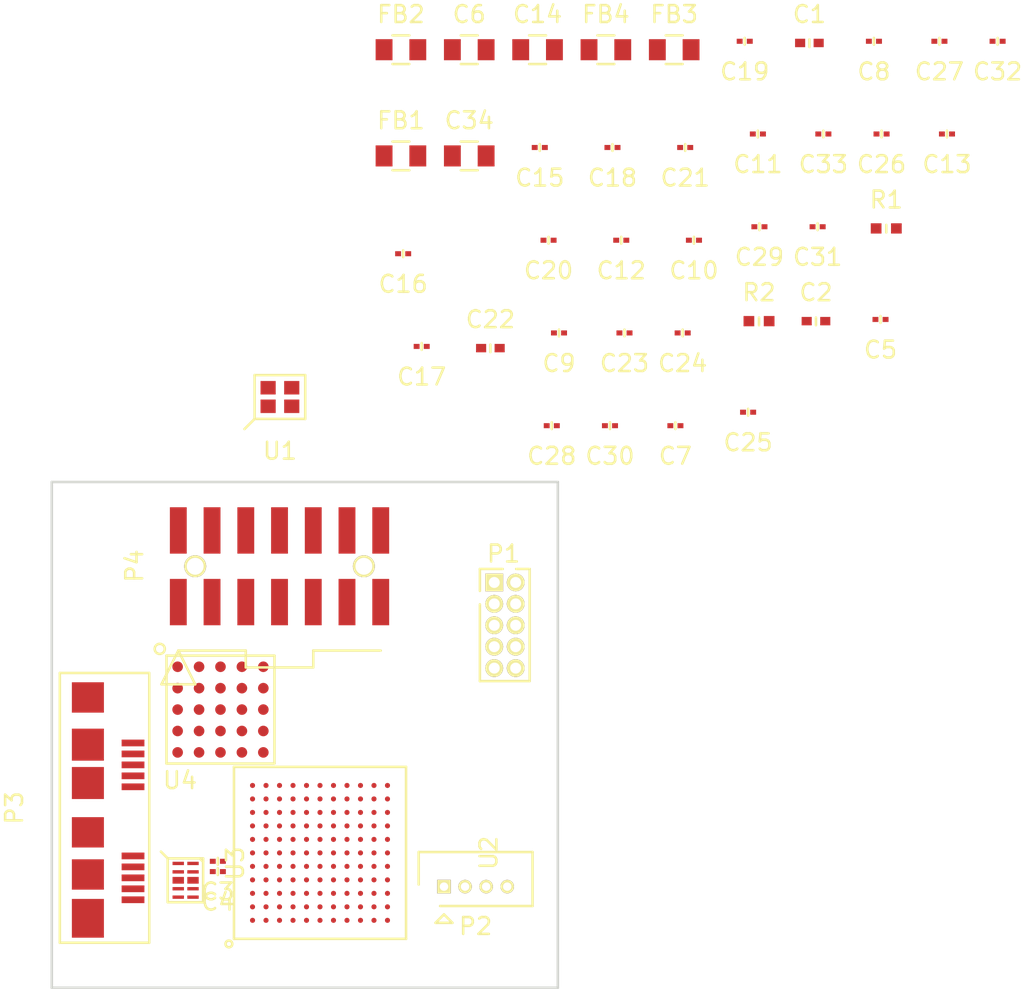
<source format=kicad_pcb>
(kicad_pcb (version 4) (host pcbnew 0.201601201446+6500~42~ubuntu14.04.1-product)

  (general
    (links 0)
    (no_connects 152)
    (area 11.924999 167.924999 42.075001 198.075001)
    (thickness 1.6)
    (drawings 4)
    (tracks 0)
    (zones 0)
    (modules 48)
    (nets 119)
  )

  (page A4)
  (layers
    (0 F.Cu signal)
    (31 B.Cu signal)
    (32 B.Adhes user hide)
    (33 F.Adhes user hide)
    (34 B.Paste user hide)
    (35 F.Paste user hide)
    (36 B.SilkS user)
    (37 F.SilkS user)
    (38 B.Mask user hide)
    (39 F.Mask user hide)
    (40 Dwgs.User user hide)
    (41 Cmts.User user hide)
    (42 Eco1.User user hide)
    (43 Eco2.User user hide)
    (44 Edge.Cuts user)
    (45 Margin user hide)
    (46 B.CrtYd user)
    (47 F.CrtYd user)
    (48 B.Fab user hide)
    (49 F.Fab user hide)
  )

  (setup
    (last_trace_width 0.25)
    (trace_clearance 0.2)
    (zone_clearance 0.508)
    (zone_45_only no)
    (trace_min 0.2)
    (segment_width 0.2)
    (edge_width 0.15)
    (via_size 0.6)
    (via_drill 0.4)
    (via_min_size 0.4)
    (via_min_drill 0.3)
    (uvia_size 0.3)
    (uvia_drill 0.1)
    (uvias_allowed no)
    (uvia_min_size 0.2)
    (uvia_min_drill 0.1)
    (pcb_text_width 0.3)
    (pcb_text_size 1.5 1.5)
    (mod_edge_width 0.15)
    (mod_text_size 1 1)
    (mod_text_width 0.15)
    (pad_size 1.524 1.524)
    (pad_drill 0.762)
    (pad_to_mask_clearance 0.2)
    (aux_axis_origin 0 0)
    (grid_origin 12 198)
    (visible_elements FFFFFF7F)
    (pcbplotparams
      (layerselection 0x00030_ffffffff)
      (usegerberextensions false)
      (excludeedgelayer true)
      (linewidth 0.100000)
      (plotframeref false)
      (viasonmask false)
      (mode 1)
      (useauxorigin false)
      (hpglpennumber 1)
      (hpglpenspeed 20)
      (hpglpendiameter 15)
      (hpglpenoverlay 2)
      (psnegative false)
      (psa4output false)
      (plotreference true)
      (plotvalue true)
      (plotinvisibletext false)
      (padsonsilk false)
      (subtractmaskfromsilk false)
      (outputformat 1)
      (mirror false)
      (drillshape 1)
      (scaleselection 1)
      (outputdirectory ""))
  )

  (net 0 "")
  (net 1 "Net-(C1-Pad1)")
  (net 2 SS_RX+)
  (net 3 "Net-(C2-Pad1)")
  (net 4 SS_TX-)
  (net 5 /Sheet569FEDF7/USB_SS_TX-)
  (net 6 SS_TX+)
  (net 7 /Sheet569FEDF7/USB_SS_TX+)
  (net 8 /Sheet569FEDF7/VDDTX)
  (net 9 +3V3)
  (net 10 +1V2)
  (net 11 /Sheet569FEDF7/VDDRX)
  (net 12 /Sheet569FEDF7/AVDDQ)
  (net 13 /Sheet569FEDF7/CVDDQ)
  (net 14 "Net-(P1-Pad1)")
  (net 15 FX3_JTAG_TCK)
  (net 16 FX3_JTAG_TDO)
  (net 17 FX3_JTAG_TDI)
  (net 18 FX3_JTAG_TRST)
  (net 19 FX3_JTAG_TMS)
  (net 20 +5V)
  (net 21 USB_HS_D-)
  (net 22 USB_HS_D+)
  (net 23 "Net-(P3-Pad4)")
  (net 24 "Net-(R1-Pad1)")
  (net 25 "Net-(R2-Pad1)")
  (net 26 FX3_LED0)
  (net 27 FPGA_SS_DIN)
  (net 28 FX3_DQ29)
  (net 29 FX3_DQ21)
  (net 30 FX3_DQ18)
  (net 31 FX3_UART_TX)
  (net 32 FPGA_SS_CCLK)
  (net 33 "Net-(U2-PadF2)")
  (net 34 FX3_DQ25)
  (net 35 FX3_DQ22)
  (net 36 FX3_DQ19)
  (net 37 FX3_DQ16)
  (net 38 FPGA_SS_INIT_B)
  (net 39 FX3_DQ27)
  (net 40 FX3_DQ26)
  (net 41 FX3_DQ23)
  (net 42 FX3_DQ20)
  (net 43 FPGA_SS_DONE)
  (net 44 FPGA_SS_PROGRAM_B)
  (net 45 FX3_DQ31)
  (net 46 FX3_DQ24)
  (net 47 "Net-(U2-PadG4)")
  (net 48 FX3_DQ17)
  (net 49 "Net-(U2-PadL4)")
  (net 50 FX3_RST#)
  (net 51 FX3_UART_RX)
  (net 52 FX3_DQ30)
  (net 53 FX3_DQ28)
  (net 54 FX3_FLAGD)
  (net 55 FX3_A0)
  (net 56 FX3_A1)
  (net 57 "Net-(U2-PadK5)")
  (net 58 "Net-(U2-PadD6)")
  (net 59 FX3_FLAGB)
  (net 60 FX3_LED1)
  (net 61 Artix_FX3_CLK)
  (net 62 FX3_FLAGC)
  (net 63 "Net-(U2-PadD7)")
  (net 64 FX3_DQ2)
  (net 65 FX3_FLAGA)
  (net 66 FX3_SLRD#)
  (net 67 FX3_SLOE#)
  (net 68 FX3_SLWR#)
  (net 69 FX3_DQ5)
  (net 70 FX3_DQ15)
  (net 71 FX3_PKT_END#)
  (net 72 FX3_DQ14)
  (net 73 FX3_SLCS#)
  (net 74 "Net-(U2-PadL8)")
  (net 75 "Net-(U2-PadC9)")
  (net 76 FLASH_SCL)
  (net 77 FX3_DQ1)
  (net 78 FX3_DQ4)
  (net 79 FX3_DQ7)
  (net 80 FX3_DQ9)
  (net 81 FX3_DQ13)
  (net 82 FLASH_SDA)
  (net 83 FX3_DQ0)
  (net 84 FX3_DQ3)
  (net 85 FX3_DQ6)
  (net 86 FX3_DQ8)
  (net 87 FX3_DQ12)
  (net 88 FX3_DQ11)
  (net 89 "Net-(U2-PadA11)")
  (net 90 "Net-(U2-PadD11)")
  (net 91 FX3_DQ10)
  (net 92 "Net-(U4-PadA1)")
  (net 93 "Net-(U4-PadB1)")
  (net 94 "Net-(U4-PadC1)")
  (net 95 "Net-(U4-PadD1)")
  (net 96 "Net-(U4-PadE1)")
  (net 97 "Net-(U4-PadA2)")
  (net 98 "Net-(U4-PadB2)")
  (net 99 "Net-(U4-PadC2)")
  (net 100 "Net-(U4-PadD2)")
  (net 101 "Net-(U4-PadE2)")
  (net 102 "Net-(U4-PadA3)")
  (net 103 "Net-(U4-PadB3)")
  (net 104 "Net-(U4-PadC3)")
  (net 105 "Net-(U4-PadD3)")
  (net 106 "Net-(U4-PadE3)")
  (net 107 "Net-(U4-PadA4)")
  (net 108 "Net-(U4-PadB4)")
  (net 109 "Net-(U4-PadC4)")
  (net 110 "Net-(U4-PadD4)")
  (net 111 "Net-(U4-PadE4)")
  (net 112 "Net-(U4-PadA5)")
  (net 113 "Net-(U4-PadB5)")
  (net 114 "Net-(U4-PadC5)")
  (net 115 "Net-(U4-PadD5)")
  (net 116 "Net-(U4-PadE5)")
  (net 117 GND)
  (net 118 SS_RX-)

  (net_class Default "This is the default net class."
    (clearance 0.2)
    (trace_width 0.25)
    (via_dia 0.6)
    (via_drill 0.4)
    (uvia_dia 0.3)
    (uvia_drill 0.1)
    (add_net +1V2)
    (add_net +3V3)
    (add_net +5V)
    (add_net /Sheet569FEDF7/AVDDQ)
    (add_net /Sheet569FEDF7/CVDDQ)
    (add_net /Sheet569FEDF7/USB_SS_TX+)
    (add_net /Sheet569FEDF7/USB_SS_TX-)
    (add_net /Sheet569FEDF7/VDDRX)
    (add_net /Sheet569FEDF7/VDDTX)
    (add_net Artix_FX3_CLK)
    (add_net FLASH_SCL)
    (add_net FLASH_SDA)
    (add_net FPGA_SS_CCLK)
    (add_net FPGA_SS_DIN)
    (add_net FPGA_SS_DONE)
    (add_net FPGA_SS_INIT_B)
    (add_net FPGA_SS_PROGRAM_B)
    (add_net FX3_A0)
    (add_net FX3_A1)
    (add_net FX3_DQ0)
    (add_net FX3_DQ1)
    (add_net FX3_DQ10)
    (add_net FX3_DQ11)
    (add_net FX3_DQ12)
    (add_net FX3_DQ13)
    (add_net FX3_DQ14)
    (add_net FX3_DQ15)
    (add_net FX3_DQ16)
    (add_net FX3_DQ17)
    (add_net FX3_DQ18)
    (add_net FX3_DQ19)
    (add_net FX3_DQ2)
    (add_net FX3_DQ20)
    (add_net FX3_DQ21)
    (add_net FX3_DQ22)
    (add_net FX3_DQ23)
    (add_net FX3_DQ24)
    (add_net FX3_DQ25)
    (add_net FX3_DQ26)
    (add_net FX3_DQ27)
    (add_net FX3_DQ28)
    (add_net FX3_DQ29)
    (add_net FX3_DQ3)
    (add_net FX3_DQ30)
    (add_net FX3_DQ31)
    (add_net FX3_DQ4)
    (add_net FX3_DQ5)
    (add_net FX3_DQ6)
    (add_net FX3_DQ7)
    (add_net FX3_DQ8)
    (add_net FX3_DQ9)
    (add_net FX3_FLAGA)
    (add_net FX3_FLAGB)
    (add_net FX3_FLAGC)
    (add_net FX3_FLAGD)
    (add_net FX3_JTAG_TCK)
    (add_net FX3_JTAG_TDI)
    (add_net FX3_JTAG_TDO)
    (add_net FX3_JTAG_TMS)
    (add_net FX3_JTAG_TRST)
    (add_net FX3_LED0)
    (add_net FX3_LED1)
    (add_net FX3_PKT_END#)
    (add_net FX3_RST#)
    (add_net FX3_SLCS#)
    (add_net FX3_SLOE#)
    (add_net FX3_SLRD#)
    (add_net FX3_SLWR#)
    (add_net FX3_UART_RX)
    (add_net FX3_UART_TX)
    (add_net GND)
    (add_net "Net-(C1-Pad1)")
    (add_net "Net-(C2-Pad1)")
    (add_net "Net-(P1-Pad1)")
    (add_net "Net-(P3-Pad4)")
    (add_net "Net-(R1-Pad1)")
    (add_net "Net-(R2-Pad1)")
    (add_net "Net-(U2-PadA11)")
    (add_net "Net-(U2-PadC9)")
    (add_net "Net-(U2-PadD11)")
    (add_net "Net-(U2-PadD6)")
    (add_net "Net-(U2-PadD7)")
    (add_net "Net-(U2-PadF2)")
    (add_net "Net-(U2-PadG4)")
    (add_net "Net-(U2-PadK5)")
    (add_net "Net-(U2-PadL4)")
    (add_net "Net-(U2-PadL8)")
    (add_net "Net-(U4-PadA1)")
    (add_net "Net-(U4-PadA2)")
    (add_net "Net-(U4-PadA3)")
    (add_net "Net-(U4-PadA4)")
    (add_net "Net-(U4-PadA5)")
    (add_net "Net-(U4-PadB1)")
    (add_net "Net-(U4-PadB2)")
    (add_net "Net-(U4-PadB3)")
    (add_net "Net-(U4-PadB4)")
    (add_net "Net-(U4-PadB5)")
    (add_net "Net-(U4-PadC1)")
    (add_net "Net-(U4-PadC2)")
    (add_net "Net-(U4-PadC3)")
    (add_net "Net-(U4-PadC4)")
    (add_net "Net-(U4-PadC5)")
    (add_net "Net-(U4-PadD1)")
    (add_net "Net-(U4-PadD2)")
    (add_net "Net-(U4-PadD3)")
    (add_net "Net-(U4-PadD4)")
    (add_net "Net-(U4-PadD5)")
    (add_net "Net-(U4-PadE1)")
    (add_net "Net-(U4-PadE2)")
    (add_net "Net-(U4-PadE3)")
    (add_net "Net-(U4-PadE4)")
    (add_net "Net-(U4-PadE5)")
    (add_net SS_RX+)
    (add_net SS_RX-)
    (add_net SS_TX+)
    (add_net SS_TX-)
    (add_net USB_HS_D+)
    (add_net USB_HS_D-)
  )

  (module Dipoles_SMD:C_0402 (layer F.Cu) (tedit 55A58E3C) (tstamp 569FDF1E)
    (at 56.91257 141.960724)
    (descr "Capacitor SMD 0402, reflow soldering, AVX (see smccp.pdf)")
    (tags "capacitor 0402")
    (path /569FEDF8/56A00291)
    (attr smd)
    (fp_text reference C1 (at 0 -1.7) (layer F.SilkS)
      (effects (font (size 1 1) (thickness 0.15)))
    )
    (fp_text value 15p (at 0 1.7) (layer F.Fab) hide
      (effects (font (size 1 1) (thickness 0.15)))
    )
    (fp_line (start 0 -0.21) (end 0 0.24) (layer F.SilkS) (width 0.15))
    (fp_line (start -1 -0.4) (end 1 -0.4) (layer F.CrtYd) (width 0.05))
    (fp_line (start -1 0.4) (end 1 0.4) (layer F.CrtYd) (width 0.05))
    (fp_line (start -1 -0.4) (end -1 0.4) (layer F.CrtYd) (width 0.05))
    (fp_line (start 1 -0.4) (end 1 0.4) (layer F.CrtYd) (width 0.05))
    (pad 1 smd rect (at -0.55 0) (size 0.6 0.5) (layers F.Cu F.Paste F.Mask)
      (net 1 "Net-(C1-Pad1)"))
    (pad 2 smd rect (at 0.55 0) (size 0.6 0.5) (layers F.Cu F.Paste F.Mask)
      (net 117 GND))
    (model Capacitors_SMD.3dshapes/C_0402.wrl
      (at (xyz 0 0 0))
      (scale (xyz 1 1 1))
      (rotate (xyz 0 0 0))
    )
  )

  (module Dipoles_SMD:C_0402 (layer F.Cu) (tedit 55A58E3C) (tstamp 569FDF24)
    (at 57.30257 158.460724)
    (descr "Capacitor SMD 0402, reflow soldering, AVX (see smccp.pdf)")
    (tags "capacitor 0402")
    (path /569FEDF8/56A00277)
    (attr smd)
    (fp_text reference C2 (at 0 -1.7) (layer F.SilkS)
      (effects (font (size 1 1) (thickness 0.15)))
    )
    (fp_text value 15p (at 0 1.7) (layer F.Fab) hide
      (effects (font (size 1 1) (thickness 0.15)))
    )
    (fp_line (start 0 -0.21) (end 0 0.24) (layer F.SilkS) (width 0.15))
    (fp_line (start -1 -0.4) (end 1 -0.4) (layer F.CrtYd) (width 0.05))
    (fp_line (start -1 0.4) (end 1 0.4) (layer F.CrtYd) (width 0.05))
    (fp_line (start -1 -0.4) (end -1 0.4) (layer F.CrtYd) (width 0.05))
    (fp_line (start 1 -0.4) (end 1 0.4) (layer F.CrtYd) (width 0.05))
    (pad 1 smd rect (at -0.55 0) (size 0.6 0.5) (layers F.Cu F.Paste F.Mask)
      (net 3 "Net-(C2-Pad1)"))
    (pad 2 smd rect (at 0.55 0) (size 0.6 0.5) (layers F.Cu F.Paste F.Mask)
      (net 117 GND))
    (model Capacitors_SMD.3dshapes/C_0402.wrl
      (at (xyz 0 0 0))
      (scale (xyz 1 1 1))
      (rotate (xyz 0 0 0))
    )
  )

  (module Dipoles_SMD:C_0201 (layer F.Cu) (tedit 56167C95) (tstamp 569FDF2A)
    (at 21.844 190.5)
    (descr "Capacitor SMD 0201, reflow soldering, AVX (see smccp.pdf)")
    (tags "capacitor 0201")
    (path /569FEDF8/56A0063B)
    (attr smd)
    (fp_text reference C3 (at 0 1.8) (layer F.SilkS)
      (effects (font (size 1 1) (thickness 0.15)))
    )
    (fp_text value 100n (at 0 -1.6) (layer F.Fab)
      (effects (font (size 1 1) (thickness 0.15)))
    )
    (fp_line (start 0 -0.2) (end 0 0.2) (layer F.SilkS) (width 0.15))
    (fp_line (start -0.6 -0.3) (end 0.6 -0.3) (layer F.CrtYd) (width 0.05))
    (fp_line (start -0.6 0.3) (end 0.6 0.3) (layer F.CrtYd) (width 0.05))
    (fp_line (start -0.6 -0.3) (end -0.6 0.3) (layer F.CrtYd) (width 0.05))
    (fp_line (start 0.6 -0.3) (end 0.6 0.3) (layer F.CrtYd) (width 0.05))
    (pad 1 smd rect (at -0.3 0) (size 0.35 0.3) (layers F.Cu F.Paste F.Mask)
      (net 4 SS_TX-))
    (pad 2 smd rect (at 0.3 0) (size 0.35 0.3) (layers F.Cu F.Paste F.Mask)
      (net 5 /Sheet569FEDF7/USB_SS_TX-))
    (model Capacitors_SMD.3dshapes/C_0201.wrl
      (at (xyz 0 0 0))
      (scale (xyz 1 1 1))
      (rotate (xyz 0 0 0))
    )
  )

  (module Dipoles_SMD:C_0201 (layer F.Cu) (tedit 56167C95) (tstamp 569FDF30)
    (at 21.844 191.1096)
    (descr "Capacitor SMD 0201, reflow soldering, AVX (see smccp.pdf)")
    (tags "capacitor 0201")
    (path /569FEDF8/56A00655)
    (attr smd)
    (fp_text reference C4 (at 0 1.8) (layer F.SilkS)
      (effects (font (size 1 1) (thickness 0.15)))
    )
    (fp_text value 100n (at 0 -1.6) (layer F.Fab)
      (effects (font (size 1 1) (thickness 0.15)))
    )
    (fp_line (start 0 -0.2) (end 0 0.2) (layer F.SilkS) (width 0.15))
    (fp_line (start -0.6 -0.3) (end 0.6 -0.3) (layer F.CrtYd) (width 0.05))
    (fp_line (start -0.6 0.3) (end 0.6 0.3) (layer F.CrtYd) (width 0.05))
    (fp_line (start -0.6 -0.3) (end -0.6 0.3) (layer F.CrtYd) (width 0.05))
    (fp_line (start 0.6 -0.3) (end 0.6 0.3) (layer F.CrtYd) (width 0.05))
    (pad 1 smd rect (at -0.3 0) (size 0.35 0.3) (layers F.Cu F.Paste F.Mask)
      (net 6 SS_TX+))
    (pad 2 smd rect (at 0.3 0) (size 0.35 0.3) (layers F.Cu F.Paste F.Mask)
      (net 7 /Sheet569FEDF7/USB_SS_TX+))
    (model Capacitors_SMD.3dshapes/C_0201.wrl
      (at (xyz 0 0 0))
      (scale (xyz 1 1 1))
      (rotate (xyz 0 0 0))
    )
  )

  (module Dipoles_SMD:C_0201 (layer F.Cu) (tedit 56167C95) (tstamp 569FDF36)
    (at 61.12876 158.360724)
    (descr "Capacitor SMD 0201, reflow soldering, AVX (see smccp.pdf)")
    (tags "capacitor 0201")
    (path /569FEDF8/56A00539)
    (attr smd)
    (fp_text reference C5 (at 0 1.8) (layer F.SilkS)
      (effects (font (size 1 1) (thickness 0.15)))
    )
    (fp_text value 100n (at 0 -1.6) (layer F.Fab)
      (effects (font (size 1 1) (thickness 0.15)))
    )
    (fp_line (start 0 -0.2) (end 0 0.2) (layer F.SilkS) (width 0.15))
    (fp_line (start -0.6 -0.3) (end 0.6 -0.3) (layer F.CrtYd) (width 0.05))
    (fp_line (start -0.6 0.3) (end 0.6 0.3) (layer F.CrtYd) (width 0.05))
    (fp_line (start -0.6 -0.3) (end -0.6 0.3) (layer F.CrtYd) (width 0.05))
    (fp_line (start 0.6 -0.3) (end 0.6 0.3) (layer F.CrtYd) (width 0.05))
    (pad 1 smd rect (at -0.3 0) (size 0.35 0.3) (layers F.Cu F.Paste F.Mask)
      (net 8 /Sheet569FEDF7/VDDTX))
    (pad 2 smd rect (at 0.3 0) (size 0.35 0.3) (layers F.Cu F.Paste F.Mask)
      (net 117 GND))
    (model Capacitors_SMD.3dshapes/C_0201.wrl
      (at (xyz 0 0 0))
      (scale (xyz 1 1 1))
      (rotate (xyz 0 0 0))
    )
  )

  (module Capacitors_SMD:C_0805 (layer F.Cu) (tedit 5415D6EA) (tstamp 569FDF3C)
    (at 36.747809 142.360724)
    (descr "Capacitor SMD 0805, reflow soldering, AVX (see smccp.pdf)")
    (tags "capacitor 0805")
    (path /569FEDF8/56A00505)
    (attr smd)
    (fp_text reference C6 (at 0 -2.1) (layer F.SilkS)
      (effects (font (size 1 1) (thickness 0.15)))
    )
    (fp_text value 22u (at 0 2.1) (layer F.Fab)
      (effects (font (size 1 1) (thickness 0.15)))
    )
    (fp_line (start -1.8 -1) (end 1.8 -1) (layer F.CrtYd) (width 0.05))
    (fp_line (start -1.8 1) (end 1.8 1) (layer F.CrtYd) (width 0.05))
    (fp_line (start -1.8 -1) (end -1.8 1) (layer F.CrtYd) (width 0.05))
    (fp_line (start 1.8 -1) (end 1.8 1) (layer F.CrtYd) (width 0.05))
    (fp_line (start 0.5 -0.85) (end -0.5 -0.85) (layer F.SilkS) (width 0.15))
    (fp_line (start -0.5 0.85) (end 0.5 0.85) (layer F.SilkS) (width 0.15))
    (pad 1 smd rect (at -1 0) (size 1 1.25) (layers F.Cu F.Paste F.Mask)
      (net 8 /Sheet569FEDF7/VDDTX))
    (pad 2 smd rect (at 1 0) (size 1 1.25) (layers F.Cu F.Paste F.Mask)
      (net 117 GND))
    (model Capacitors_SMD.3dshapes/C_0805.wrl
      (at (xyz 0 0 0))
      (scale (xyz 1 1 1))
      (rotate (xyz 0 0 0))
    )
  )

  (module Dipoles_SMD:C_0201 (layer F.Cu) (tedit 56167C95) (tstamp 569FDF42)
    (at 48.96876 164.660724)
    (descr "Capacitor SMD 0201, reflow soldering, AVX (see smccp.pdf)")
    (tags "capacitor 0201")
    (path /569FEDF8/56A002B1)
    (attr smd)
    (fp_text reference C7 (at 0 1.8) (layer F.SilkS)
      (effects (font (size 1 1) (thickness 0.15)))
    )
    (fp_text value 100n (at 0 -1.6) (layer F.Fab)
      (effects (font (size 1 1) (thickness 0.15)))
    )
    (fp_line (start 0 -0.2) (end 0 0.2) (layer F.SilkS) (width 0.15))
    (fp_line (start -0.6 -0.3) (end 0.6 -0.3) (layer F.CrtYd) (width 0.05))
    (fp_line (start -0.6 0.3) (end 0.6 0.3) (layer F.CrtYd) (width 0.05))
    (fp_line (start -0.6 -0.3) (end -0.6 0.3) (layer F.CrtYd) (width 0.05))
    (fp_line (start 0.6 -0.3) (end 0.6 0.3) (layer F.CrtYd) (width 0.05))
    (pad 1 smd rect (at -0.3 0) (size 0.35 0.3) (layers F.Cu F.Paste F.Mask)
      (net 9 +3V3))
    (pad 2 smd rect (at 0.3 0) (size 0.35 0.3) (layers F.Cu F.Paste F.Mask)
      (net 117 GND))
    (model Capacitors_SMD.3dshapes/C_0201.wrl
      (at (xyz 0 0 0))
      (scale (xyz 1 1 1))
      (rotate (xyz 0 0 0))
    )
  )

  (module Dipoles_SMD:C_0201 (layer F.Cu) (tedit 56167C95) (tstamp 569FDF48)
    (at 60.73876 141.860724)
    (descr "Capacitor SMD 0201, reflow soldering, AVX (see smccp.pdf)")
    (tags "capacitor 0201")
    (path /569FEDF8/56A003DB)
    (attr smd)
    (fp_text reference C8 (at 0 1.8) (layer F.SilkS)
      (effects (font (size 1 1) (thickness 0.15)))
    )
    (fp_text value 100n (at 0 -1.6) (layer F.Fab)
      (effects (font (size 1 1) (thickness 0.15)))
    )
    (fp_line (start 0 -0.2) (end 0 0.2) (layer F.SilkS) (width 0.15))
    (fp_line (start -0.6 -0.3) (end 0.6 -0.3) (layer F.CrtYd) (width 0.05))
    (fp_line (start -0.6 0.3) (end 0.6 0.3) (layer F.CrtYd) (width 0.05))
    (fp_line (start -0.6 -0.3) (end -0.6 0.3) (layer F.CrtYd) (width 0.05))
    (fp_line (start 0.6 -0.3) (end 0.6 0.3) (layer F.CrtYd) (width 0.05))
    (pad 1 smd rect (at -0.3 0) (size 0.35 0.3) (layers F.Cu F.Paste F.Mask)
      (net 10 +1V2))
    (pad 2 smd rect (at 0.3 0) (size 0.35 0.3) (layers F.Cu F.Paste F.Mask)
      (net 117 GND))
    (model Capacitors_SMD.3dshapes/C_0201.wrl
      (at (xyz 0 0 0))
      (scale (xyz 1 1 1))
      (rotate (xyz 0 0 0))
    )
  )

  (module Dipoles_SMD:C_0201 (layer F.Cu) (tedit 56167C95) (tstamp 569FDF4E)
    (at 42.06876 159.160724)
    (descr "Capacitor SMD 0201, reflow soldering, AVX (see smccp.pdf)")
    (tags "capacitor 0201")
    (path /569FEDF8/56A002CB)
    (attr smd)
    (fp_text reference C9 (at 0 1.8) (layer F.SilkS)
      (effects (font (size 1 1) (thickness 0.15)))
    )
    (fp_text value 100n (at 0 -1.6) (layer F.Fab)
      (effects (font (size 1 1) (thickness 0.15)))
    )
    (fp_line (start 0 -0.2) (end 0 0.2) (layer F.SilkS) (width 0.15))
    (fp_line (start -0.6 -0.3) (end 0.6 -0.3) (layer F.CrtYd) (width 0.05))
    (fp_line (start -0.6 0.3) (end 0.6 0.3) (layer F.CrtYd) (width 0.05))
    (fp_line (start -0.6 -0.3) (end -0.6 0.3) (layer F.CrtYd) (width 0.05))
    (fp_line (start 0.6 -0.3) (end 0.6 0.3) (layer F.CrtYd) (width 0.05))
    (pad 1 smd rect (at -0.3 0) (size 0.35 0.3) (layers F.Cu F.Paste F.Mask)
      (net 9 +3V3))
    (pad 2 smd rect (at 0.3 0) (size 0.35 0.3) (layers F.Cu F.Paste F.Mask)
      (net 117 GND))
    (model Capacitors_SMD.3dshapes/C_0201.wrl
      (at (xyz 0 0 0))
      (scale (xyz 1 1 1))
      (rotate (xyz 0 0 0))
    )
  )

  (module Dipoles_SMD:C_0201 (layer F.Cu) (tedit 56167C95) (tstamp 569FDF54)
    (at 50.06876 153.660724)
    (descr "Capacitor SMD 0201, reflow soldering, AVX (see smccp.pdf)")
    (tags "capacitor 0201")
    (path /569FEDF8/56A003F5)
    (attr smd)
    (fp_text reference C10 (at 0 1.8) (layer F.SilkS)
      (effects (font (size 1 1) (thickness 0.15)))
    )
    (fp_text value 100n (at 0 -1.6) (layer F.Fab)
      (effects (font (size 1 1) (thickness 0.15)))
    )
    (fp_line (start 0 -0.2) (end 0 0.2) (layer F.SilkS) (width 0.15))
    (fp_line (start -0.6 -0.3) (end 0.6 -0.3) (layer F.CrtYd) (width 0.05))
    (fp_line (start -0.6 0.3) (end 0.6 0.3) (layer F.CrtYd) (width 0.05))
    (fp_line (start -0.6 -0.3) (end -0.6 0.3) (layer F.CrtYd) (width 0.05))
    (fp_line (start 0.6 -0.3) (end 0.6 0.3) (layer F.CrtYd) (width 0.05))
    (pad 1 smd rect (at -0.3 0) (size 0.35 0.3) (layers F.Cu F.Paste F.Mask)
      (net 10 +1V2))
    (pad 2 smd rect (at 0.3 0) (size 0.35 0.3) (layers F.Cu F.Paste F.Mask)
      (net 117 GND))
    (model Capacitors_SMD.3dshapes/C_0201.wrl
      (at (xyz 0 0 0))
      (scale (xyz 1 1 1))
      (rotate (xyz 0 0 0))
    )
  )

  (module Dipoles_SMD:C_0201 (layer F.Cu) (tedit 56167C95) (tstamp 569FDF5A)
    (at 53.85876 147.360724)
    (descr "Capacitor SMD 0201, reflow soldering, AVX (see smccp.pdf)")
    (tags "capacitor 0201")
    (path /569FEDF8/56A00553)
    (attr smd)
    (fp_text reference C11 (at 0 1.8) (layer F.SilkS)
      (effects (font (size 1 1) (thickness 0.15)))
    )
    (fp_text value 100n (at 0 -1.6) (layer F.Fab)
      (effects (font (size 1 1) (thickness 0.15)))
    )
    (fp_line (start 0 -0.2) (end 0 0.2) (layer F.SilkS) (width 0.15))
    (fp_line (start -0.6 -0.3) (end 0.6 -0.3) (layer F.CrtYd) (width 0.05))
    (fp_line (start -0.6 0.3) (end 0.6 0.3) (layer F.CrtYd) (width 0.05))
    (fp_line (start -0.6 -0.3) (end -0.6 0.3) (layer F.CrtYd) (width 0.05))
    (fp_line (start 0.6 -0.3) (end 0.6 0.3) (layer F.CrtYd) (width 0.05))
    (pad 1 smd rect (at -0.3 0) (size 0.35 0.3) (layers F.Cu F.Paste F.Mask)
      (net 11 /Sheet569FEDF7/VDDRX))
    (pad 2 smd rect (at 0.3 0) (size 0.35 0.3) (layers F.Cu F.Paste F.Mask)
      (net 117 GND))
    (model Capacitors_SMD.3dshapes/C_0201.wrl
      (at (xyz 0 0 0))
      (scale (xyz 1 1 1))
      (rotate (xyz 0 0 0))
    )
  )

  (module Dipoles_SMD:C_0201 (layer F.Cu) (tedit 56167C95) (tstamp 569FDF60)
    (at 45.75876 153.660724)
    (descr "Capacitor SMD 0201, reflow soldering, AVX (see smccp.pdf)")
    (tags "capacitor 0201")
    (path /569FEDF8/56A002E5)
    (attr smd)
    (fp_text reference C12 (at 0 1.8) (layer F.SilkS)
      (effects (font (size 1 1) (thickness 0.15)))
    )
    (fp_text value 100n (at 0 -1.6) (layer F.Fab)
      (effects (font (size 1 1) (thickness 0.15)))
    )
    (fp_line (start 0 -0.2) (end 0 0.2) (layer F.SilkS) (width 0.15))
    (fp_line (start -0.6 -0.3) (end 0.6 -0.3) (layer F.CrtYd) (width 0.05))
    (fp_line (start -0.6 0.3) (end 0.6 0.3) (layer F.CrtYd) (width 0.05))
    (fp_line (start -0.6 -0.3) (end -0.6 0.3) (layer F.CrtYd) (width 0.05))
    (fp_line (start 0.6 -0.3) (end 0.6 0.3) (layer F.CrtYd) (width 0.05))
    (pad 1 smd rect (at -0.3 0) (size 0.35 0.3) (layers F.Cu F.Paste F.Mask)
      (net 9 +3V3))
    (pad 2 smd rect (at 0.3 0) (size 0.35 0.3) (layers F.Cu F.Paste F.Mask)
      (net 117 GND))
    (model Capacitors_SMD.3dshapes/C_0201.wrl
      (at (xyz 0 0 0))
      (scale (xyz 1 1 1))
      (rotate (xyz 0 0 0))
    )
  )

  (module Dipoles_SMD:C_0201 (layer F.Cu) (tedit 56167C95) (tstamp 569FDF66)
    (at 65.06876 147.360724)
    (descr "Capacitor SMD 0201, reflow soldering, AVX (see smccp.pdf)")
    (tags "capacitor 0201")
    (path /569FEDF8/56A0040F)
    (attr smd)
    (fp_text reference C13 (at 0 1.8) (layer F.SilkS)
      (effects (font (size 1 1) (thickness 0.15)))
    )
    (fp_text value 100n (at 0 -1.6) (layer F.Fab)
      (effects (font (size 1 1) (thickness 0.15)))
    )
    (fp_line (start 0 -0.2) (end 0 0.2) (layer F.SilkS) (width 0.15))
    (fp_line (start -0.6 -0.3) (end 0.6 -0.3) (layer F.CrtYd) (width 0.05))
    (fp_line (start -0.6 0.3) (end 0.6 0.3) (layer F.CrtYd) (width 0.05))
    (fp_line (start -0.6 -0.3) (end -0.6 0.3) (layer F.CrtYd) (width 0.05))
    (fp_line (start 0.6 -0.3) (end 0.6 0.3) (layer F.CrtYd) (width 0.05))
    (pad 1 smd rect (at -0.3 0) (size 0.35 0.3) (layers F.Cu F.Paste F.Mask)
      (net 10 +1V2))
    (pad 2 smd rect (at 0.3 0) (size 0.35 0.3) (layers F.Cu F.Paste F.Mask)
      (net 117 GND))
    (model Capacitors_SMD.3dshapes/C_0201.wrl
      (at (xyz 0 0 0))
      (scale (xyz 1 1 1))
      (rotate (xyz 0 0 0))
    )
  )

  (module Capacitors_SMD:C_0805 (layer F.Cu) (tedit 5415D6EA) (tstamp 569FDF6C)
    (at 40.797809 142.360724)
    (descr "Capacitor SMD 0805, reflow soldering, AVX (see smccp.pdf)")
    (tags "capacitor 0805")
    (path /569FEDF8/56A0051F)
    (attr smd)
    (fp_text reference C14 (at 0 -2.1) (layer F.SilkS)
      (effects (font (size 1 1) (thickness 0.15)))
    )
    (fp_text value 22u (at 0 2.1) (layer F.Fab)
      (effects (font (size 1 1) (thickness 0.15)))
    )
    (fp_line (start -1.8 -1) (end 1.8 -1) (layer F.CrtYd) (width 0.05))
    (fp_line (start -1.8 1) (end 1.8 1) (layer F.CrtYd) (width 0.05))
    (fp_line (start -1.8 -1) (end -1.8 1) (layer F.CrtYd) (width 0.05))
    (fp_line (start 1.8 -1) (end 1.8 1) (layer F.CrtYd) (width 0.05))
    (fp_line (start 0.5 -0.85) (end -0.5 -0.85) (layer F.SilkS) (width 0.15))
    (fp_line (start -0.5 0.85) (end 0.5 0.85) (layer F.SilkS) (width 0.15))
    (pad 1 smd rect (at -1 0) (size 1 1.25) (layers F.Cu F.Paste F.Mask)
      (net 11 /Sheet569FEDF7/VDDRX))
    (pad 2 smd rect (at 1 0) (size 1 1.25) (layers F.Cu F.Paste F.Mask)
      (net 117 GND))
    (model Capacitors_SMD.3dshapes/C_0805.wrl
      (at (xyz 0 0 0))
      (scale (xyz 1 1 1))
      (rotate (xyz 0 0 0))
    )
  )

  (module Dipoles_SMD:C_0201 (layer F.Cu) (tedit 56167C95) (tstamp 569FDF72)
    (at 40.92876 148.160724)
    (descr "Capacitor SMD 0201, reflow soldering, AVX (see smccp.pdf)")
    (tags "capacitor 0201")
    (path /569FEDF8/56A002FF)
    (attr smd)
    (fp_text reference C15 (at 0 1.8) (layer F.SilkS)
      (effects (font (size 1 1) (thickness 0.15)))
    )
    (fp_text value 100n (at 0 -1.6) (layer F.Fab)
      (effects (font (size 1 1) (thickness 0.15)))
    )
    (fp_line (start 0 -0.2) (end 0 0.2) (layer F.SilkS) (width 0.15))
    (fp_line (start -0.6 -0.3) (end 0.6 -0.3) (layer F.CrtYd) (width 0.05))
    (fp_line (start -0.6 0.3) (end 0.6 0.3) (layer F.CrtYd) (width 0.05))
    (fp_line (start -0.6 -0.3) (end -0.6 0.3) (layer F.CrtYd) (width 0.05))
    (fp_line (start 0.6 -0.3) (end 0.6 0.3) (layer F.CrtYd) (width 0.05))
    (pad 1 smd rect (at -0.3 0) (size 0.35 0.3) (layers F.Cu F.Paste F.Mask)
      (net 9 +3V3))
    (pad 2 smd rect (at 0.3 0) (size 0.35 0.3) (layers F.Cu F.Paste F.Mask)
      (net 117 GND))
    (model Capacitors_SMD.3dshapes/C_0201.wrl
      (at (xyz 0 0 0))
      (scale (xyz 1 1 1))
      (rotate (xyz 0 0 0))
    )
  )

  (module Dipoles_SMD:C_0201 (layer F.Cu) (tedit 56167C95) (tstamp 569FDF78)
    (at 32.82876 154.460724)
    (descr "Capacitor SMD 0201, reflow soldering, AVX (see smccp.pdf)")
    (tags "capacitor 0201")
    (path /569FEDF8/56A00429)
    (attr smd)
    (fp_text reference C16 (at 0 1.8) (layer F.SilkS)
      (effects (font (size 1 1) (thickness 0.15)))
    )
    (fp_text value 100n (at 0 -1.6) (layer F.Fab)
      (effects (font (size 1 1) (thickness 0.15)))
    )
    (fp_line (start 0 -0.2) (end 0 0.2) (layer F.SilkS) (width 0.15))
    (fp_line (start -0.6 -0.3) (end 0.6 -0.3) (layer F.CrtYd) (width 0.05))
    (fp_line (start -0.6 0.3) (end 0.6 0.3) (layer F.CrtYd) (width 0.05))
    (fp_line (start -0.6 -0.3) (end -0.6 0.3) (layer F.CrtYd) (width 0.05))
    (fp_line (start 0.6 -0.3) (end 0.6 0.3) (layer F.CrtYd) (width 0.05))
    (pad 1 smd rect (at -0.3 0) (size 0.35 0.3) (layers F.Cu F.Paste F.Mask)
      (net 10 +1V2))
    (pad 2 smd rect (at 0.3 0) (size 0.35 0.3) (layers F.Cu F.Paste F.Mask)
      (net 117 GND))
    (model Capacitors_SMD.3dshapes/C_0201.wrl
      (at (xyz 0 0 0))
      (scale (xyz 1 1 1))
      (rotate (xyz 0 0 0))
    )
  )

  (module Dipoles_SMD:C_0201 (layer F.Cu) (tedit 56167C95) (tstamp 569FDF7E)
    (at 33.92876 159.960724)
    (descr "Capacitor SMD 0201, reflow soldering, AVX (see smccp.pdf)")
    (tags "capacitor 0201")
    (path /569FEDF8/56A00319)
    (attr smd)
    (fp_text reference C17 (at 0 1.8) (layer F.SilkS)
      (effects (font (size 1 1) (thickness 0.15)))
    )
    (fp_text value 100n (at 0 -1.6) (layer F.Fab)
      (effects (font (size 1 1) (thickness 0.15)))
    )
    (fp_line (start 0 -0.2) (end 0 0.2) (layer F.SilkS) (width 0.15))
    (fp_line (start -0.6 -0.3) (end 0.6 -0.3) (layer F.CrtYd) (width 0.05))
    (fp_line (start -0.6 0.3) (end 0.6 0.3) (layer F.CrtYd) (width 0.05))
    (fp_line (start -0.6 -0.3) (end -0.6 0.3) (layer F.CrtYd) (width 0.05))
    (fp_line (start 0.6 -0.3) (end 0.6 0.3) (layer F.CrtYd) (width 0.05))
    (pad 1 smd rect (at -0.3 0) (size 0.35 0.3) (layers F.Cu F.Paste F.Mask)
      (net 9 +3V3))
    (pad 2 smd rect (at 0.3 0) (size 0.35 0.3) (layers F.Cu F.Paste F.Mask)
      (net 117 GND))
    (model Capacitors_SMD.3dshapes/C_0201.wrl
      (at (xyz 0 0 0))
      (scale (xyz 1 1 1))
      (rotate (xyz 0 0 0))
    )
  )

  (module Dipoles_SMD:C_0201 (layer F.Cu) (tedit 56167C95) (tstamp 569FDF84)
    (at 45.23876 148.160724)
    (descr "Capacitor SMD 0201, reflow soldering, AVX (see smccp.pdf)")
    (tags "capacitor 0201")
    (path /569FEDF8/56A00443)
    (attr smd)
    (fp_text reference C18 (at 0 1.8) (layer F.SilkS)
      (effects (font (size 1 1) (thickness 0.15)))
    )
    (fp_text value 100n (at 0 -1.6) (layer F.Fab)
      (effects (font (size 1 1) (thickness 0.15)))
    )
    (fp_line (start 0 -0.2) (end 0 0.2) (layer F.SilkS) (width 0.15))
    (fp_line (start -0.6 -0.3) (end 0.6 -0.3) (layer F.CrtYd) (width 0.05))
    (fp_line (start -0.6 0.3) (end 0.6 0.3) (layer F.CrtYd) (width 0.05))
    (fp_line (start -0.6 -0.3) (end -0.6 0.3) (layer F.CrtYd) (width 0.05))
    (fp_line (start 0.6 -0.3) (end 0.6 0.3) (layer F.CrtYd) (width 0.05))
    (pad 1 smd rect (at -0.3 0) (size 0.35 0.3) (layers F.Cu F.Paste F.Mask)
      (net 10 +1V2))
    (pad 2 smd rect (at 0.3 0) (size 0.35 0.3) (layers F.Cu F.Paste F.Mask)
      (net 117 GND))
    (model Capacitors_SMD.3dshapes/C_0201.wrl
      (at (xyz 0 0 0))
      (scale (xyz 1 1 1))
      (rotate (xyz 0 0 0))
    )
  )

  (module Dipoles_SMD:C_0201 (layer F.Cu) (tedit 56167C95) (tstamp 569FDF8A)
    (at 53.07876 141.860724)
    (descr "Capacitor SMD 0201, reflow soldering, AVX (see smccp.pdf)")
    (tags "capacitor 0201")
    (path /569FEDF8/56A0056D)
    (attr smd)
    (fp_text reference C19 (at 0 1.8) (layer F.SilkS)
      (effects (font (size 1 1) (thickness 0.15)))
    )
    (fp_text value 100n (at 0 -1.6) (layer F.Fab)
      (effects (font (size 1 1) (thickness 0.15)))
    )
    (fp_line (start 0 -0.2) (end 0 0.2) (layer F.SilkS) (width 0.15))
    (fp_line (start -0.6 -0.3) (end 0.6 -0.3) (layer F.CrtYd) (width 0.05))
    (fp_line (start -0.6 0.3) (end 0.6 0.3) (layer F.CrtYd) (width 0.05))
    (fp_line (start -0.6 -0.3) (end -0.6 0.3) (layer F.CrtYd) (width 0.05))
    (fp_line (start 0.6 -0.3) (end 0.6 0.3) (layer F.CrtYd) (width 0.05))
    (pad 1 smd rect (at -0.3 0) (size 0.35 0.3) (layers F.Cu F.Paste F.Mask)
      (net 12 /Sheet569FEDF7/AVDDQ))
    (pad 2 smd rect (at 0.3 0) (size 0.35 0.3) (layers F.Cu F.Paste F.Mask)
      (net 117 GND))
    (model Capacitors_SMD.3dshapes/C_0201.wrl
      (at (xyz 0 0 0))
      (scale (xyz 1 1 1))
      (rotate (xyz 0 0 0))
    )
  )

  (module Dipoles_SMD:C_0201 (layer F.Cu) (tedit 56167C95) (tstamp 569FDF90)
    (at 41.44876 153.660724)
    (descr "Capacitor SMD 0201, reflow soldering, AVX (see smccp.pdf)")
    (tags "capacitor 0201")
    (path /569FEDF8/56A00333)
    (attr smd)
    (fp_text reference C20 (at 0 1.8) (layer F.SilkS)
      (effects (font (size 1 1) (thickness 0.15)))
    )
    (fp_text value 100n (at 0 -1.6) (layer F.Fab)
      (effects (font (size 1 1) (thickness 0.15)))
    )
    (fp_line (start 0 -0.2) (end 0 0.2) (layer F.SilkS) (width 0.15))
    (fp_line (start -0.6 -0.3) (end 0.6 -0.3) (layer F.CrtYd) (width 0.05))
    (fp_line (start -0.6 0.3) (end 0.6 0.3) (layer F.CrtYd) (width 0.05))
    (fp_line (start -0.6 -0.3) (end -0.6 0.3) (layer F.CrtYd) (width 0.05))
    (fp_line (start 0.6 -0.3) (end 0.6 0.3) (layer F.CrtYd) (width 0.05))
    (pad 1 smd rect (at -0.3 0) (size 0.35 0.3) (layers F.Cu F.Paste F.Mask)
      (net 9 +3V3))
    (pad 2 smd rect (at 0.3 0) (size 0.35 0.3) (layers F.Cu F.Paste F.Mask)
      (net 117 GND))
    (model Capacitors_SMD.3dshapes/C_0201.wrl
      (at (xyz 0 0 0))
      (scale (xyz 1 1 1))
      (rotate (xyz 0 0 0))
    )
  )

  (module Dipoles_SMD:C_0201 (layer F.Cu) (tedit 56167C95) (tstamp 569FDF96)
    (at 49.54876 148.160724)
    (descr "Capacitor SMD 0201, reflow soldering, AVX (see smccp.pdf)")
    (tags "capacitor 0201")
    (path /569FEDF8/56A0045D)
    (attr smd)
    (fp_text reference C21 (at 0 1.8) (layer F.SilkS)
      (effects (font (size 1 1) (thickness 0.15)))
    )
    (fp_text value 100n (at 0 -1.6) (layer F.Fab)
      (effects (font (size 1 1) (thickness 0.15)))
    )
    (fp_line (start 0 -0.2) (end 0 0.2) (layer F.SilkS) (width 0.15))
    (fp_line (start -0.6 -0.3) (end 0.6 -0.3) (layer F.CrtYd) (width 0.05))
    (fp_line (start -0.6 0.3) (end 0.6 0.3) (layer F.CrtYd) (width 0.05))
    (fp_line (start -0.6 -0.3) (end -0.6 0.3) (layer F.CrtYd) (width 0.05))
    (fp_line (start 0.6 -0.3) (end 0.6 0.3) (layer F.CrtYd) (width 0.05))
    (pad 1 smd rect (at -0.3 0) (size 0.35 0.3) (layers F.Cu F.Paste F.Mask)
      (net 10 +1V2))
    (pad 2 smd rect (at 0.3 0) (size 0.35 0.3) (layers F.Cu F.Paste F.Mask)
      (net 117 GND))
    (model Capacitors_SMD.3dshapes/C_0201.wrl
      (at (xyz 0 0 0))
      (scale (xyz 1 1 1))
      (rotate (xyz 0 0 0))
    )
  )

  (module Dipoles_SMD:C_0402 (layer F.Cu) (tedit 55A58E3C) (tstamp 569FDF9C)
    (at 38.000665 160.060724)
    (descr "Capacitor SMD 0402, reflow soldering, AVX (see smccp.pdf)")
    (tags "capacitor 0402")
    (path /569FEDF8/56A005A1)
    (attr smd)
    (fp_text reference C22 (at 0 -1.7) (layer F.SilkS)
      (effects (font (size 1 1) (thickness 0.15)))
    )
    (fp_text value 2.2u (at 0 1.7) (layer F.Fab) hide
      (effects (font (size 1 1) (thickness 0.15)))
    )
    (fp_line (start 0 -0.21) (end 0 0.24) (layer F.SilkS) (width 0.15))
    (fp_line (start -1 -0.4) (end 1 -0.4) (layer F.CrtYd) (width 0.05))
    (fp_line (start -1 0.4) (end 1 0.4) (layer F.CrtYd) (width 0.05))
    (fp_line (start -1 -0.4) (end -1 0.4) (layer F.CrtYd) (width 0.05))
    (fp_line (start 1 -0.4) (end 1 0.4) (layer F.CrtYd) (width 0.05))
    (pad 1 smd rect (at -0.55 0) (size 0.6 0.5) (layers F.Cu F.Paste F.Mask)
      (net 12 /Sheet569FEDF7/AVDDQ))
    (pad 2 smd rect (at 0.55 0) (size 0.6 0.5) (layers F.Cu F.Paste F.Mask)
      (net 117 GND))
    (model Capacitors_SMD.3dshapes/C_0402.wrl
      (at (xyz 0 0 0))
      (scale (xyz 1 1 1))
      (rotate (xyz 0 0 0))
    )
  )

  (module Dipoles_SMD:C_0201 (layer F.Cu) (tedit 56167C95) (tstamp 569FDFA2)
    (at 45.950189 159.160724)
    (descr "Capacitor SMD 0201, reflow soldering, AVX (see smccp.pdf)")
    (tags "capacitor 0201")
    (path /569FEDF8/56A0034D)
    (attr smd)
    (fp_text reference C23 (at 0 1.8) (layer F.SilkS)
      (effects (font (size 1 1) (thickness 0.15)))
    )
    (fp_text value 10n (at 0 -1.6) (layer F.Fab)
      (effects (font (size 1 1) (thickness 0.15)))
    )
    (fp_line (start 0 -0.2) (end 0 0.2) (layer F.SilkS) (width 0.15))
    (fp_line (start -0.6 -0.3) (end 0.6 -0.3) (layer F.CrtYd) (width 0.05))
    (fp_line (start -0.6 0.3) (end 0.6 0.3) (layer F.CrtYd) (width 0.05))
    (fp_line (start -0.6 -0.3) (end -0.6 0.3) (layer F.CrtYd) (width 0.05))
    (fp_line (start 0.6 -0.3) (end 0.6 0.3) (layer F.CrtYd) (width 0.05))
    (pad 1 smd rect (at -0.3 0) (size 0.35 0.3) (layers F.Cu F.Paste F.Mask)
      (net 9 +3V3))
    (pad 2 smd rect (at 0.3 0) (size 0.35 0.3) (layers F.Cu F.Paste F.Mask)
      (net 117 GND))
    (model Capacitors_SMD.3dshapes/C_0201.wrl
      (at (xyz 0 0 0))
      (scale (xyz 1 1 1))
      (rotate (xyz 0 0 0))
    )
  )

  (module Dipoles_SMD:C_0201 (layer F.Cu) (tedit 56167C95) (tstamp 569FDFA8)
    (at 49.400189 159.160724)
    (descr "Capacitor SMD 0201, reflow soldering, AVX (see smccp.pdf)")
    (tags "capacitor 0201")
    (path /569FEDF8/56A00483)
    (attr smd)
    (fp_text reference C24 (at 0 1.8) (layer F.SilkS)
      (effects (font (size 1 1) (thickness 0.15)))
    )
    (fp_text value 10n (at 0 -1.6) (layer F.Fab)
      (effects (font (size 1 1) (thickness 0.15)))
    )
    (fp_line (start 0 -0.2) (end 0 0.2) (layer F.SilkS) (width 0.15))
    (fp_line (start -0.6 -0.3) (end 0.6 -0.3) (layer F.CrtYd) (width 0.05))
    (fp_line (start -0.6 0.3) (end 0.6 0.3) (layer F.CrtYd) (width 0.05))
    (fp_line (start -0.6 -0.3) (end -0.6 0.3) (layer F.CrtYd) (width 0.05))
    (fp_line (start 0.6 -0.3) (end 0.6 0.3) (layer F.CrtYd) (width 0.05))
    (pad 1 smd rect (at -0.3 0) (size 0.35 0.3) (layers F.Cu F.Paste F.Mask)
      (net 10 +1V2))
    (pad 2 smd rect (at 0.3 0) (size 0.35 0.3) (layers F.Cu F.Paste F.Mask)
      (net 117 GND))
    (model Capacitors_SMD.3dshapes/C_0201.wrl
      (at (xyz 0 0 0))
      (scale (xyz 1 1 1))
      (rotate (xyz 0 0 0))
    )
  )

  (module Dipoles_SMD:C_0201 (layer F.Cu) (tedit 56167C95) (tstamp 569FDFAE)
    (at 53.27876 163.860724)
    (descr "Capacitor SMD 0201, reflow soldering, AVX (see smccp.pdf)")
    (tags "capacitor 0201")
    (path /569FEDF8/56A00587)
    (attr smd)
    (fp_text reference C25 (at 0 1.8) (layer F.SilkS)
      (effects (font (size 1 1) (thickness 0.15)))
    )
    (fp_text value 100n (at 0 -1.6) (layer F.Fab)
      (effects (font (size 1 1) (thickness 0.15)))
    )
    (fp_line (start 0 -0.2) (end 0 0.2) (layer F.SilkS) (width 0.15))
    (fp_line (start -0.6 -0.3) (end 0.6 -0.3) (layer F.CrtYd) (width 0.05))
    (fp_line (start -0.6 0.3) (end 0.6 0.3) (layer F.CrtYd) (width 0.05))
    (fp_line (start -0.6 -0.3) (end -0.6 0.3) (layer F.CrtYd) (width 0.05))
    (fp_line (start 0.6 -0.3) (end 0.6 0.3) (layer F.CrtYd) (width 0.05))
    (pad 1 smd rect (at -0.3 0) (size 0.35 0.3) (layers F.Cu F.Paste F.Mask)
      (net 13 /Sheet569FEDF7/CVDDQ))
    (pad 2 smd rect (at 0.3 0) (size 0.35 0.3) (layers F.Cu F.Paste F.Mask)
      (net 117 GND))
    (model Capacitors_SMD.3dshapes/C_0201.wrl
      (at (xyz 0 0 0))
      (scale (xyz 1 1 1))
      (rotate (xyz 0 0 0))
    )
  )

  (module Dipoles_SMD:C_0201 (layer F.Cu) (tedit 56167C95) (tstamp 569FDFB4)
    (at 61.190189 147.360724)
    (descr "Capacitor SMD 0201, reflow soldering, AVX (see smccp.pdf)")
    (tags "capacitor 0201")
    (path /569FEDF8/56A00367)
    (attr smd)
    (fp_text reference C26 (at 0 1.8) (layer F.SilkS)
      (effects (font (size 1 1) (thickness 0.15)))
    )
    (fp_text value 10n (at 0 -1.6) (layer F.Fab)
      (effects (font (size 1 1) (thickness 0.15)))
    )
    (fp_line (start 0 -0.2) (end 0 0.2) (layer F.SilkS) (width 0.15))
    (fp_line (start -0.6 -0.3) (end 0.6 -0.3) (layer F.CrtYd) (width 0.05))
    (fp_line (start -0.6 0.3) (end 0.6 0.3) (layer F.CrtYd) (width 0.05))
    (fp_line (start -0.6 -0.3) (end -0.6 0.3) (layer F.CrtYd) (width 0.05))
    (fp_line (start 0.6 -0.3) (end 0.6 0.3) (layer F.CrtYd) (width 0.05))
    (pad 1 smd rect (at -0.3 0) (size 0.35 0.3) (layers F.Cu F.Paste F.Mask)
      (net 9 +3V3))
    (pad 2 smd rect (at 0.3 0) (size 0.35 0.3) (layers F.Cu F.Paste F.Mask)
      (net 117 GND))
    (model Capacitors_SMD.3dshapes/C_0201.wrl
      (at (xyz 0 0 0))
      (scale (xyz 1 1 1))
      (rotate (xyz 0 0 0))
    )
  )

  (module Dipoles_SMD:C_0201 (layer F.Cu) (tedit 56167C95) (tstamp 569FDFBA)
    (at 64.620189 141.860724)
    (descr "Capacitor SMD 0201, reflow soldering, AVX (see smccp.pdf)")
    (tags "capacitor 0201")
    (path /569FEDF8/56A0049D)
    (attr smd)
    (fp_text reference C27 (at 0 1.8) (layer F.SilkS)
      (effects (font (size 1 1) (thickness 0.15)))
    )
    (fp_text value 10n (at 0 -1.6) (layer F.Fab)
      (effects (font (size 1 1) (thickness 0.15)))
    )
    (fp_line (start 0 -0.2) (end 0 0.2) (layer F.SilkS) (width 0.15))
    (fp_line (start -0.6 -0.3) (end 0.6 -0.3) (layer F.CrtYd) (width 0.05))
    (fp_line (start -0.6 0.3) (end 0.6 0.3) (layer F.CrtYd) (width 0.05))
    (fp_line (start -0.6 -0.3) (end -0.6 0.3) (layer F.CrtYd) (width 0.05))
    (fp_line (start 0.6 -0.3) (end 0.6 0.3) (layer F.CrtYd) (width 0.05))
    (pad 1 smd rect (at -0.3 0) (size 0.35 0.3) (layers F.Cu F.Paste F.Mask)
      (net 10 +1V2))
    (pad 2 smd rect (at 0.3 0) (size 0.35 0.3) (layers F.Cu F.Paste F.Mask)
      (net 117 GND))
    (model Capacitors_SMD.3dshapes/C_0201.wrl
      (at (xyz 0 0 0))
      (scale (xyz 1 1 1))
      (rotate (xyz 0 0 0))
    )
  )

  (module Dipoles_SMD:C_0201 (layer F.Cu) (tedit 56167C95) (tstamp 569FDFC0)
    (at 41.640189 164.660724)
    (descr "Capacitor SMD 0201, reflow soldering, AVX (see smccp.pdf)")
    (tags "capacitor 0201")
    (path /569FEDF8/56A005BB)
    (attr smd)
    (fp_text reference C28 (at 0 1.8) (layer F.SilkS)
      (effects (font (size 1 1) (thickness 0.15)))
    )
    (fp_text value 10n (at 0 -1.6) (layer F.Fab)
      (effects (font (size 1 1) (thickness 0.15)))
    )
    (fp_line (start 0 -0.2) (end 0 0.2) (layer F.SilkS) (width 0.15))
    (fp_line (start -0.6 -0.3) (end 0.6 -0.3) (layer F.CrtYd) (width 0.05))
    (fp_line (start -0.6 0.3) (end 0.6 0.3) (layer F.CrtYd) (width 0.05))
    (fp_line (start -0.6 -0.3) (end -0.6 0.3) (layer F.CrtYd) (width 0.05))
    (fp_line (start 0.6 -0.3) (end 0.6 0.3) (layer F.CrtYd) (width 0.05))
    (pad 1 smd rect (at -0.3 0) (size 0.35 0.3) (layers F.Cu F.Paste F.Mask)
      (net 13 /Sheet569FEDF7/CVDDQ))
    (pad 2 smd rect (at 0.3 0) (size 0.35 0.3) (layers F.Cu F.Paste F.Mask)
      (net 117 GND))
    (model Capacitors_SMD.3dshapes/C_0201.wrl
      (at (xyz 0 0 0))
      (scale (xyz 1 1 1))
      (rotate (xyz 0 0 0))
    )
  )

  (module Dipoles_SMD:C_0201 (layer F.Cu) (tedit 56167C95) (tstamp 569FDFC6)
    (at 53.950189 152.860724)
    (descr "Capacitor SMD 0201, reflow soldering, AVX (see smccp.pdf)")
    (tags "capacitor 0201")
    (path /569FEDF8/56A00381)
    (attr smd)
    (fp_text reference C29 (at 0 1.8) (layer F.SilkS)
      (effects (font (size 1 1) (thickness 0.15)))
    )
    (fp_text value 10n (at 0 -1.6) (layer F.Fab)
      (effects (font (size 1 1) (thickness 0.15)))
    )
    (fp_line (start 0 -0.2) (end 0 0.2) (layer F.SilkS) (width 0.15))
    (fp_line (start -0.6 -0.3) (end 0.6 -0.3) (layer F.CrtYd) (width 0.05))
    (fp_line (start -0.6 0.3) (end 0.6 0.3) (layer F.CrtYd) (width 0.05))
    (fp_line (start -0.6 -0.3) (end -0.6 0.3) (layer F.CrtYd) (width 0.05))
    (fp_line (start 0.6 -0.3) (end 0.6 0.3) (layer F.CrtYd) (width 0.05))
    (pad 1 smd rect (at -0.3 0) (size 0.35 0.3) (layers F.Cu F.Paste F.Mask)
      (net 9 +3V3))
    (pad 2 smd rect (at 0.3 0) (size 0.35 0.3) (layers F.Cu F.Paste F.Mask)
      (net 117 GND))
    (model Capacitors_SMD.3dshapes/C_0201.wrl
      (at (xyz 0 0 0))
      (scale (xyz 1 1 1))
      (rotate (xyz 0 0 0))
    )
  )

  (module Dipoles_SMD:C_0201 (layer F.Cu) (tedit 56167C95) (tstamp 569FDFCC)
    (at 45.090189 164.660724)
    (descr "Capacitor SMD 0201, reflow soldering, AVX (see smccp.pdf)")
    (tags "capacitor 0201")
    (path /569FEDF8/56A004B7)
    (attr smd)
    (fp_text reference C30 (at 0 1.8) (layer F.SilkS)
      (effects (font (size 1 1) (thickness 0.15)))
    )
    (fp_text value 10n (at 0 -1.6) (layer F.Fab)
      (effects (font (size 1 1) (thickness 0.15)))
    )
    (fp_line (start 0 -0.2) (end 0 0.2) (layer F.SilkS) (width 0.15))
    (fp_line (start -0.6 -0.3) (end 0.6 -0.3) (layer F.CrtYd) (width 0.05))
    (fp_line (start -0.6 0.3) (end 0.6 0.3) (layer F.CrtYd) (width 0.05))
    (fp_line (start -0.6 -0.3) (end -0.6 0.3) (layer F.CrtYd) (width 0.05))
    (fp_line (start 0.6 -0.3) (end 0.6 0.3) (layer F.CrtYd) (width 0.05))
    (pad 1 smd rect (at -0.3 0) (size 0.35 0.3) (layers F.Cu F.Paste F.Mask)
      (net 10 +1V2))
    (pad 2 smd rect (at 0.3 0) (size 0.35 0.3) (layers F.Cu F.Paste F.Mask)
      (net 117 GND))
    (model Capacitors_SMD.3dshapes/C_0201.wrl
      (at (xyz 0 0 0))
      (scale (xyz 1 1 1))
      (rotate (xyz 0 0 0))
    )
  )

  (module Dipoles_SMD:C_0201 (layer F.Cu) (tedit 56167C95) (tstamp 569FDFD2)
    (at 57.400189 152.860724)
    (descr "Capacitor SMD 0201, reflow soldering, AVX (see smccp.pdf)")
    (tags "capacitor 0201")
    (path /569FEDF8/56A0039B)
    (attr smd)
    (fp_text reference C31 (at 0 1.8) (layer F.SilkS)
      (effects (font (size 1 1) (thickness 0.15)))
    )
    (fp_text value 10n (at 0 -1.6) (layer F.Fab)
      (effects (font (size 1 1) (thickness 0.15)))
    )
    (fp_line (start 0 -0.2) (end 0 0.2) (layer F.SilkS) (width 0.15))
    (fp_line (start -0.6 -0.3) (end 0.6 -0.3) (layer F.CrtYd) (width 0.05))
    (fp_line (start -0.6 0.3) (end 0.6 0.3) (layer F.CrtYd) (width 0.05))
    (fp_line (start -0.6 -0.3) (end -0.6 0.3) (layer F.CrtYd) (width 0.05))
    (fp_line (start 0.6 -0.3) (end 0.6 0.3) (layer F.CrtYd) (width 0.05))
    (pad 1 smd rect (at -0.3 0) (size 0.35 0.3) (layers F.Cu F.Paste F.Mask)
      (net 9 +3V3))
    (pad 2 smd rect (at 0.3 0) (size 0.35 0.3) (layers F.Cu F.Paste F.Mask)
      (net 117 GND))
    (model Capacitors_SMD.3dshapes/C_0201.wrl
      (at (xyz 0 0 0))
      (scale (xyz 1 1 1))
      (rotate (xyz 0 0 0))
    )
  )

  (module Dipoles_SMD:C_0201 (layer F.Cu) (tedit 56167C95) (tstamp 569FDFD8)
    (at 68.070189 141.860724)
    (descr "Capacitor SMD 0201, reflow soldering, AVX (see smccp.pdf)")
    (tags "capacitor 0201")
    (path /569FEDF8/56A004D1)
    (attr smd)
    (fp_text reference C32 (at 0 1.8) (layer F.SilkS)
      (effects (font (size 1 1) (thickness 0.15)))
    )
    (fp_text value 10n (at 0 -1.6) (layer F.Fab)
      (effects (font (size 1 1) (thickness 0.15)))
    )
    (fp_line (start 0 -0.2) (end 0 0.2) (layer F.SilkS) (width 0.15))
    (fp_line (start -0.6 -0.3) (end 0.6 -0.3) (layer F.CrtYd) (width 0.05))
    (fp_line (start -0.6 0.3) (end 0.6 0.3) (layer F.CrtYd) (width 0.05))
    (fp_line (start -0.6 -0.3) (end -0.6 0.3) (layer F.CrtYd) (width 0.05))
    (fp_line (start 0.6 -0.3) (end 0.6 0.3) (layer F.CrtYd) (width 0.05))
    (pad 1 smd rect (at -0.3 0) (size 0.35 0.3) (layers F.Cu F.Paste F.Mask)
      (net 10 +1V2))
    (pad 2 smd rect (at 0.3 0) (size 0.35 0.3) (layers F.Cu F.Paste F.Mask)
      (net 117 GND))
    (model Capacitors_SMD.3dshapes/C_0201.wrl
      (at (xyz 0 0 0))
      (scale (xyz 1 1 1))
      (rotate (xyz 0 0 0))
    )
  )

  (module Dipoles_SMD:C_0201 (layer F.Cu) (tedit 56167C95) (tstamp 569FDFDE)
    (at 57.740189 147.360724)
    (descr "Capacitor SMD 0201, reflow soldering, AVX (see smccp.pdf)")
    (tags "capacitor 0201")
    (path /569FEDF8/56A003B5)
    (attr smd)
    (fp_text reference C33 (at 0 1.8) (layer F.SilkS)
      (effects (font (size 1 1) (thickness 0.15)))
    )
    (fp_text value 10n (at 0 -1.6) (layer F.Fab)
      (effects (font (size 1 1) (thickness 0.15)))
    )
    (fp_line (start 0 -0.2) (end 0 0.2) (layer F.SilkS) (width 0.15))
    (fp_line (start -0.6 -0.3) (end 0.6 -0.3) (layer F.CrtYd) (width 0.05))
    (fp_line (start -0.6 0.3) (end 0.6 0.3) (layer F.CrtYd) (width 0.05))
    (fp_line (start -0.6 -0.3) (end -0.6 0.3) (layer F.CrtYd) (width 0.05))
    (fp_line (start 0.6 -0.3) (end 0.6 0.3) (layer F.CrtYd) (width 0.05))
    (pad 1 smd rect (at -0.3 0) (size 0.35 0.3) (layers F.Cu F.Paste F.Mask)
      (net 9 +3V3))
    (pad 2 smd rect (at 0.3 0) (size 0.35 0.3) (layers F.Cu F.Paste F.Mask)
      (net 117 GND))
    (model Capacitors_SMD.3dshapes/C_0201.wrl
      (at (xyz 0 0 0))
      (scale (xyz 1 1 1))
      (rotate (xyz 0 0 0))
    )
  )

  (module Capacitors_SMD:C_0805 (layer F.Cu) (tedit 5415D6EA) (tstamp 569FDFE4)
    (at 36.747809 148.660724)
    (descr "Capacitor SMD 0805, reflow soldering, AVX (see smccp.pdf)")
    (tags "capacitor 0805")
    (path /569FEDF8/56A004EB)
    (attr smd)
    (fp_text reference C34 (at 0 -2.1) (layer F.SilkS)
      (effects (font (size 1 1) (thickness 0.15)))
    )
    (fp_text value 22u (at 0 2.1) (layer F.Fab)
      (effects (font (size 1 1) (thickness 0.15)))
    )
    (fp_line (start -1.8 -1) (end 1.8 -1) (layer F.CrtYd) (width 0.05))
    (fp_line (start -1.8 1) (end 1.8 1) (layer F.CrtYd) (width 0.05))
    (fp_line (start -1.8 -1) (end -1.8 1) (layer F.CrtYd) (width 0.05))
    (fp_line (start 1.8 -1) (end 1.8 1) (layer F.CrtYd) (width 0.05))
    (fp_line (start 0.5 -0.85) (end -0.5 -0.85) (layer F.SilkS) (width 0.15))
    (fp_line (start -0.5 0.85) (end 0.5 0.85) (layer F.SilkS) (width 0.15))
    (pad 1 smd rect (at -1 0) (size 1 1.25) (layers F.Cu F.Paste F.Mask)
      (net 10 +1V2))
    (pad 2 smd rect (at 1 0) (size 1 1.25) (layers F.Cu F.Paste F.Mask)
      (net 117 GND))
    (model Capacitors_SMD.3dshapes/C_0805.wrl
      (at (xyz 0 0 0))
      (scale (xyz 1 1 1))
      (rotate (xyz 0 0 0))
    )
  )

  (module Capacitors_SMD:C_0805 (layer F.Cu) (tedit 5415D6EA) (tstamp 569FDFEA)
    (at 32.697809 148.660724)
    (descr "Capacitor SMD 0805, reflow soldering, AVX (see smccp.pdf)")
    (tags "capacitor 0805")
    (path /569FEDF8/56A001F1)
    (attr smd)
    (fp_text reference FB1 (at 0 -2.1) (layer F.SilkS)
      (effects (font (size 1 1) (thickness 0.15)))
    )
    (fp_text value 600 (at 0 2.1) (layer F.Fab)
      (effects (font (size 1 1) (thickness 0.15)))
    )
    (fp_line (start -1.8 -1) (end 1.8 -1) (layer F.CrtYd) (width 0.05))
    (fp_line (start -1.8 1) (end 1.8 1) (layer F.CrtYd) (width 0.05))
    (fp_line (start -1.8 -1) (end -1.8 1) (layer F.CrtYd) (width 0.05))
    (fp_line (start 1.8 -1) (end 1.8 1) (layer F.CrtYd) (width 0.05))
    (fp_line (start 0.5 -0.85) (end -0.5 -0.85) (layer F.SilkS) (width 0.15))
    (fp_line (start -0.5 0.85) (end 0.5 0.85) (layer F.SilkS) (width 0.15))
    (pad 1 smd rect (at -1 0) (size 1 1.25) (layers F.Cu F.Paste F.Mask)
      (net 10 +1V2))
    (pad 2 smd rect (at 1 0) (size 1 1.25) (layers F.Cu F.Paste F.Mask)
      (net 8 /Sheet569FEDF7/VDDTX))
    (model Capacitors_SMD.3dshapes/C_0805.wrl
      (at (xyz 0 0 0))
      (scale (xyz 1 1 1))
      (rotate (xyz 0 0 0))
    )
  )

  (module Capacitors_SMD:C_0805 (layer F.Cu) (tedit 5415D6EA) (tstamp 569FDFF0)
    (at 32.697809 142.360724)
    (descr "Capacitor SMD 0805, reflow soldering, AVX (see smccp.pdf)")
    (tags "capacitor 0805")
    (path /569FEDF8/56A0020B)
    (attr smd)
    (fp_text reference FB2 (at 0 -2.1) (layer F.SilkS)
      (effects (font (size 1 1) (thickness 0.15)))
    )
    (fp_text value 600 (at 0 2.1) (layer F.Fab)
      (effects (font (size 1 1) (thickness 0.15)))
    )
    (fp_line (start -1.8 -1) (end 1.8 -1) (layer F.CrtYd) (width 0.05))
    (fp_line (start -1.8 1) (end 1.8 1) (layer F.CrtYd) (width 0.05))
    (fp_line (start -1.8 -1) (end -1.8 1) (layer F.CrtYd) (width 0.05))
    (fp_line (start 1.8 -1) (end 1.8 1) (layer F.CrtYd) (width 0.05))
    (fp_line (start 0.5 -0.85) (end -0.5 -0.85) (layer F.SilkS) (width 0.15))
    (fp_line (start -0.5 0.85) (end 0.5 0.85) (layer F.SilkS) (width 0.15))
    (pad 1 smd rect (at -1 0) (size 1 1.25) (layers F.Cu F.Paste F.Mask)
      (net 10 +1V2))
    (pad 2 smd rect (at 1 0) (size 1 1.25) (layers F.Cu F.Paste F.Mask)
      (net 11 /Sheet569FEDF7/VDDRX))
    (model Capacitors_SMD.3dshapes/C_0805.wrl
      (at (xyz 0 0 0))
      (scale (xyz 1 1 1))
      (rotate (xyz 0 0 0))
    )
  )

  (module Capacitors_SMD:C_0805 (layer F.Cu) (tedit 5415D6EA) (tstamp 569FDFF6)
    (at 48.897809 142.360724)
    (descr "Capacitor SMD 0805, reflow soldering, AVX (see smccp.pdf)")
    (tags "capacitor 0805")
    (path /569FEDF8/56A00225)
    (attr smd)
    (fp_text reference FB3 (at 0 -2.1) (layer F.SilkS)
      (effects (font (size 1 1) (thickness 0.15)))
    )
    (fp_text value 600 (at 0 2.1) (layer F.Fab)
      (effects (font (size 1 1) (thickness 0.15)))
    )
    (fp_line (start -1.8 -1) (end 1.8 -1) (layer F.CrtYd) (width 0.05))
    (fp_line (start -1.8 1) (end 1.8 1) (layer F.CrtYd) (width 0.05))
    (fp_line (start -1.8 -1) (end -1.8 1) (layer F.CrtYd) (width 0.05))
    (fp_line (start 1.8 -1) (end 1.8 1) (layer F.CrtYd) (width 0.05))
    (fp_line (start 0.5 -0.85) (end -0.5 -0.85) (layer F.SilkS) (width 0.15))
    (fp_line (start -0.5 0.85) (end 0.5 0.85) (layer F.SilkS) (width 0.15))
    (pad 1 smd rect (at -1 0) (size 1 1.25) (layers F.Cu F.Paste F.Mask)
      (net 10 +1V2))
    (pad 2 smd rect (at 1 0) (size 1 1.25) (layers F.Cu F.Paste F.Mask)
      (net 12 /Sheet569FEDF7/AVDDQ))
    (model Capacitors_SMD.3dshapes/C_0805.wrl
      (at (xyz 0 0 0))
      (scale (xyz 1 1 1))
      (rotate (xyz 0 0 0))
    )
  )

  (module Capacitors_SMD:C_0805 (layer F.Cu) (tedit 5415D6EA) (tstamp 569FDFFC)
    (at 44.847809 142.360724)
    (descr "Capacitor SMD 0805, reflow soldering, AVX (see smccp.pdf)")
    (tags "capacitor 0805")
    (path /569FEDF8/56A0023F)
    (attr smd)
    (fp_text reference FB4 (at 0 -2.1) (layer F.SilkS)
      (effects (font (size 1 1) (thickness 0.15)))
    )
    (fp_text value 600 (at 0 2.1) (layer F.Fab)
      (effects (font (size 1 1) (thickness 0.15)))
    )
    (fp_line (start -1.8 -1) (end 1.8 -1) (layer F.CrtYd) (width 0.05))
    (fp_line (start -1.8 1) (end 1.8 1) (layer F.CrtYd) (width 0.05))
    (fp_line (start -1.8 -1) (end -1.8 1) (layer F.CrtYd) (width 0.05))
    (fp_line (start 1.8 -1) (end 1.8 1) (layer F.CrtYd) (width 0.05))
    (fp_line (start 0.5 -0.85) (end -0.5 -0.85) (layer F.SilkS) (width 0.15))
    (fp_line (start -0.5 0.85) (end 0.5 0.85) (layer F.SilkS) (width 0.15))
    (pad 1 smd rect (at -1 0) (size 1 1.25) (layers F.Cu F.Paste F.Mask)
      (net 9 +3V3))
    (pad 2 smd rect (at 1 0) (size 1 1.25) (layers F.Cu F.Paste F.Mask)
      (net 13 /Sheet569FEDF7/CVDDQ))
    (model Capacitors_SMD.3dshapes/C_0805.wrl
      (at (xyz 0 0 0))
      (scale (xyz 1 1 1))
      (rotate (xyz 0 0 0))
    )
  )

  (module Pin_Headers:Pin_Header_Straight_2x05_Pitch1.27mm (layer F.Cu) (tedit 555DD4BF) (tstamp 569FE00A)
    (at 38.23 173.96)
    (descr "Through hole pin header, pitch 1.27mm")
    (tags "pin header")
    (path /56A01069)
    (fp_text reference P1 (at 0.55 -1.7) (layer F.SilkS)
      (effects (font (size 1 1) (thickness 0.15)))
    )
    (fp_text value CONN_02X05 (at 0 6.9) (layer F.Fab)
      (effects (font (size 1 1) (thickness 0.15)))
    )
    (fp_line (start 2.1 -0.8) (end 1.3 -0.8) (layer F.SilkS) (width 0.15))
    (fp_line (start 2.1 5.85) (end 2.1 -0.8) (layer F.SilkS) (width 0.15))
    (fp_line (start 2.1 5.85) (end -0.85 5.85) (layer F.SilkS) (width 0.15))
    (fp_line (start -1.1 -1.05) (end -1.1 6.1) (layer F.CrtYd) (width 0.05))
    (fp_line (start 2.35 -1.05) (end 2.35 6.1) (layer F.CrtYd) (width 0.05))
    (fp_line (start -1.1 -1.05) (end 2.35 -1.05) (layer F.CrtYd) (width 0.05))
    (fp_line (start -1.1 6.1) (end 2.35 6.1) (layer F.CrtYd) (width 0.05))
    (fp_line (start -0.85 5.85) (end -0.85 1.3) (layer F.SilkS) (width 0.15))
    (fp_line (start 0.5 -0.8) (end -0.85 -0.8) (layer F.SilkS) (width 0.15))
    (fp_line (start -0.85 -0.8) (end -0.85 0.5) (layer F.SilkS) (width 0.15))
    (pad 1 thru_hole rect (at 0 0) (size 1.05 1.05) (drill 0.65) (layers *.Cu *.Mask F.SilkS)
      (net 14 "Net-(P1-Pad1)"))
    (pad 3 thru_hole circle (at 0 1.27) (size 1.05 1.05) (drill 0.65) (layers *.Cu *.Mask F.SilkS)
      (net 117 GND))
    (pad 5 thru_hole circle (at 0 2.54) (size 1.05 1.05) (drill 0.65) (layers *.Cu *.Mask F.SilkS)
      (net 117 GND))
    (pad 7 thru_hole circle (at 0 3.81) (size 1.05 1.05) (drill 0.65) (layers *.Cu *.Mask F.SilkS)
      (net 117 GND))
    (pad 9 thru_hole circle (at 0 5.08) (size 1.05 1.05) (drill 0.65) (layers *.Cu *.Mask F.SilkS)
      (net 117 GND))
    (pad 4 thru_hole circle (at 1.27 1.27) (size 1.05 1.05) (drill 0.65) (layers *.Cu *.Mask F.SilkS)
      (net 15 FX3_JTAG_TCK))
    (pad 6 thru_hole circle (at 1.27 2.54) (size 1.05 1.05) (drill 0.65) (layers *.Cu *.Mask F.SilkS)
      (net 16 FX3_JTAG_TDO))
    (pad 8 thru_hole circle (at 1.27 3.81) (size 1.05 1.05) (drill 0.65) (layers *.Cu *.Mask F.SilkS)
      (net 17 FX3_JTAG_TDI))
    (pad 10 thru_hole circle (at 1.27 5.08) (size 1.05 1.05) (drill 0.65) (layers *.Cu *.Mask F.SilkS)
      (net 18 FX3_JTAG_TRST))
    (pad 2 thru_hole circle (at 1.27 0) (size 1.05 1.05) (drill 0.65) (layers *.Cu *.Mask F.SilkS)
      (net 19 FX3_JTAG_TMS))
  )

  (module Connectors_Molex:Connector_Molex_PicoBlade_53047-0410 (layer F.Cu) (tedit 0) (tstamp 569FE012)
    (at 35.25 192)
    (descr "Molex PicoBlade 1.25mm shrouded header. Vertical. 4 ways")
    (path /56A00C63)
    (fp_text reference P2 (at 1.875 2.35) (layer F.SilkS)
      (effects (font (size 1 1) (thickness 0.15)))
    )
    (fp_text value CONN_01X04 (at 1.875 -3.25) (layer F.Fab)
      (effects (font (size 1 1) (thickness 0.15)))
    )
    (fp_line (start -1.5 -0.12) (end -1.5 -2.05) (layer F.SilkS) (width 0.15))
    (fp_line (start -1.5 -2.05) (end 5.25 -2.05) (layer F.SilkS) (width 0.15))
    (fp_line (start 5.25 -2.05) (end 5.25 1.15) (layer F.SilkS) (width 0.15))
    (fp_line (start 5.25 1.15) (end -0.23 1.15) (layer F.SilkS) (width 0.15))
    (fp_line (start 0 1.65) (end 0.5 2.15) (layer F.SilkS) (width 0.15))
    (fp_line (start 0.5 2.15) (end -0.5 2.15) (layer F.SilkS) (width 0.15))
    (fp_line (start -0.5 2.15) (end 0 1.65) (layer F.SilkS) (width 0.15))
    (fp_line (start -0.23 1.15) (end -1.5 -0.12) (layer F.Fab) (width 0.2))
    (fp_line (start -1.5 -0.12) (end -1.5 -2.05) (layer F.Fab) (width 0.2))
    (fp_line (start -1.5 -2.05) (end 5.25 -2.05) (layer F.Fab) (width 0.2))
    (fp_line (start 5.25 -2.05) (end 5.25 1.15) (layer F.Fab) (width 0.2))
    (fp_line (start 5.25 1.15) (end -0.23 1.15) (layer F.Fab) (width 0.2))
    (pad 1 thru_hole rect (at 0 0) (size 0.8 0.8) (drill 0.5) (layers *.Cu *.Mask F.SilkS)
      (net 20 +5V))
    (pad 2 thru_hole oval (at 1.25 0) (size 0.8 0.8) (drill 0.5) (layers *.Cu *.Mask F.SilkS)
      (net 21 USB_HS_D-))
    (pad 3 thru_hole oval (at 2.5 0) (size 0.8 0.8) (drill 0.5) (layers *.Cu *.Mask F.SilkS)
      (net 22 USB_HS_D+))
    (pad 4 thru_hole oval (at 3.75 0) (size 0.8 0.8) (drill 0.5) (layers *.Cu *.Mask F.SilkS)
      (net 117 GND))
    (model Connectors_Molex.3dshapes/Connector_Molex_PicoBlade_53047-0410.wrl
      (at (xyz 0.07381890000000001 0 0))
      (scale (xyz 1 1 1))
      (rotate (xyz 0 0 180))
    )
  )

  (module Connectors:USB3_Micro-B (layer F.Cu) (tedit 55CBB473) (tstamp 569FE026)
    (at 15.4773 187.3304 270)
    (descr "USB3 micro B connector")
    (tags "USB3 USB3.0 USB3.1 Micro MicroB")
    (path /56A00B19)
    (attr smd)
    (fp_text reference P3 (at 0 5.7 270) (layer F.SilkS)
      (effects (font (size 1 1) (thickness 0.15)))
    )
    (fp_text value USB_3.1_microB (at 0 -4.3 270) (layer F.Fab)
      (effects (font (size 1 1) (thickness 0.15)))
    )
    (fp_line (start 8 -2.3) (end 8 3) (layer F.SilkS) (width 0.15))
    (fp_line (start 8 3) (end -8 3) (layer F.SilkS) (width 0.15))
    (fp_line (start -8.2 3.2) (end -8.2 -2.5) (layer F.CrtYd) (width 0.05))
    (fp_line (start -8 -2.3) (end 8 -2.3) (layer F.SilkS) (width 0.15))
    (fp_line (start -8 3) (end -8 -2.3) (layer F.SilkS) (width 0.15))
    (fp_line (start -8.2 -2.5) (end 8.2 -2.5) (layer F.CrtYd) (width 0.05))
    (fp_line (start 8.2 -2.5) (end 8.2 3.2) (layer F.CrtYd) (width 0.05))
    (fp_line (start 8.2 3.2) (end -8.2 3.2) (layer F.CrtYd) (width 0.05))
    (pad SHLD smd rect (at 3.95 1.3375 270) (size 1.8 1.9) (layers F.Cu F.Paste F.Mask)
      (net 117 GND))
    (pad SHLD smd rect (at 1.45 1.3375 270) (size 1.8 1.9) (layers F.Cu F.Paste F.Mask)
      (net 117 GND))
    (pad SHLD smd rect (at -1.475 1.3375 270) (size 1.9 1.9) (layers F.Cu F.Paste F.Mask)
      (net 117 GND))
    (pad SHLD smd rect (at 6.55 1.3375 270) (size 2.3 1.9) (layers F.Cu F.Paste F.Mask)
      (net 117 GND))
    (pad SHLD smd rect (at -3.75 1.3375 270) (size 1.9 1.9) (layers F.Cu F.Paste F.Mask)
      (net 117 GND))
    (pad 5 smd rect (at -1.25 -1.3375 270) (size 0.4 1.35) (layers F.Cu F.Paste F.Mask)
      (net 117 GND))
    (pad 6 smd rect (at 2.85 -1.3375 270) (size 0.4 1.35) (layers F.Cu F.Paste F.Mask)
      (net 4 SS_TX-))
    (pad 4 smd rect (at -1.9 -1.3375 270) (size 0.4 1.35) (layers F.Cu F.Paste F.Mask)
      (net 23 "Net-(P3-Pad4)"))
    (pad 3 smd rect (at -2.55 -1.3375 270) (size 0.4 1.35) (layers F.Cu F.Paste F.Mask)
      (net 22 USB_HS_D+))
    (pad 2 smd rect (at -3.2 -1.3375 270) (size 0.4 1.35) (layers F.Cu F.Paste F.Mask)
      (net 21 USB_HS_D-))
    (pad 1 smd rect (at -3.85 -1.3375 270) (size 0.4 1.35) (layers F.Cu F.Paste F.Mask)
      (net 20 +5V))
    (pad 7 smd rect (at 3.5 -1.3375 270) (size 0.4 1.35) (layers F.Cu F.Paste F.Mask)
      (net 6 SS_TX+))
    (pad 8 smd rect (at 4.15 -1.3375 270) (size 0.4 1.35) (layers F.Cu F.Paste F.Mask)
      (net 117 GND))
    (pad 9 smd rect (at 4.8 -1.3375 270) (size 0.4 1.35) (layers F.Cu F.Paste F.Mask)
      (net 118 SS_RX-))
    (pad 10 smd rect (at 5.45 -1.3375 270) (size 0.4 1.35) (layers F.Cu F.Paste F.Mask)
      (net 2 SS_RX+))
    (pad SHLD smd rect (at -6.55 1.3375 270) (size 1.8 1.9) (layers F.Cu F.Paste F.Mask)
      (net 117 GND))
    (model ${KIWORKSPACE}/osrf_hw_nonfree/kicad_3dmodels/Connectors.3dshapes/USB3_Micro-B.wrl
      (at (xyz -0.248 -0.31 0.095))
      (scale (xyz 0.3937 0.3937 0.3937))
      (rotate (xyz -90 0 90))
    )
  )

  (module Dipoles_SMD:R_0402 (layer F.Cu) (tedit 55A5AACE) (tstamp 569FE02C)
    (at 61.469236 152.960724)
    (descr "Resistor0402Vishay(see http://www.vishay.com/docs/60119/landpatterns.pdf)")
    (tags "resistor 0402")
    (path /569FEDF8/56A005DB)
    (attr smd)
    (fp_text reference R1 (at 0 -1.7) (layer F.SilkS)
      (effects (font (size 1 1) (thickness 0.15)))
    )
    (fp_text value 6.04k (at 0 1.7) (layer F.Fab) hide
      (effects (font (size 1 1) (thickness 0.15)))
    )
    (fp_line (start 0 -0.21) (end 0 0.24) (layer F.SilkS) (width 0.15))
    (fp_line (start -1.0675 -0.455) (end 1.0675 -0.455) (layer F.CrtYd) (width 0.05))
    (fp_line (start -1.0675 0.455) (end 1.0675 0.455) (layer F.CrtYd) (width 0.05))
    (fp_line (start -1.0675 -0.455) (end -1.0675 0.455) (layer F.CrtYd) (width 0.05))
    (fp_line (start 1.0675 -0.455) (end 1.0675 0.455) (layer F.CrtYd) (width 0.05))
    (pad 1 smd rect (at -0.6 0) (size 0.635 0.61) (layers F.Cu F.Paste F.Mask)
      (net 24 "Net-(R1-Pad1)"))
    (pad 2 smd rect (at 0.6 0) (size 0.635 0.61) (layers F.Cu F.Paste F.Mask)
      (net 117 GND))
    (model Resistors_SMD.3dshapes/R_0402.wrl
      (at (xyz 0 0 0))
      (scale (xyz 1 1 1))
      (rotate (xyz 0 0 0))
    )
  )

  (module Dipoles_SMD:R_0402 (layer F.Cu) (tedit 55A5AACE) (tstamp 569FE032)
    (at 53.926379 158.460724)
    (descr "Resistor0402Vishay(see http://www.vishay.com/docs/60119/landpatterns.pdf)")
    (tags "resistor 0402")
    (path /569FEDF8/56A005F5)
    (attr smd)
    (fp_text reference R2 (at 0 -1.7) (layer F.SilkS)
      (effects (font (size 1 1) (thickness 0.15)))
    )
    (fp_text value 200 (at 0 1.7) (layer F.Fab) hide
      (effects (font (size 1 1) (thickness 0.15)))
    )
    (fp_line (start 0 -0.21) (end 0 0.24) (layer F.SilkS) (width 0.15))
    (fp_line (start -1.0675 -0.455) (end 1.0675 -0.455) (layer F.CrtYd) (width 0.05))
    (fp_line (start -1.0675 0.455) (end 1.0675 0.455) (layer F.CrtYd) (width 0.05))
    (fp_line (start -1.0675 -0.455) (end -1.0675 0.455) (layer F.CrtYd) (width 0.05))
    (fp_line (start 1.0675 -0.455) (end 1.0675 0.455) (layer F.CrtYd) (width 0.05))
    (pad 1 smd rect (at -0.6 0) (size 0.635 0.61) (layers F.Cu F.Paste F.Mask)
      (net 25 "Net-(R2-Pad1)"))
    (pad 2 smd rect (at 0.6 0) (size 0.635 0.61) (layers F.Cu F.Paste F.Mask)
      (net 117 GND))
    (model Resistors_SMD.3dshapes/R_0402.wrl
      (at (xyz 0 0 0))
      (scale (xyz 1 1 1))
      (rotate (xyz 0 0 0))
    )
  )

  (module Oscillator:8y (layer F.Cu) (tedit 563CE05C) (tstamp 569FE03A)
    (at 25.523998 162.960724)
    (descr "TXC_2.0x1.6 crystal 8y series")
    (tags "TXC_2.0x1.6 crystal 8y series")
    (path /569FEDF8/56A0061B)
    (attr smd)
    (fp_text reference U1 (at 0 3.2) (layer F.SilkS)
      (effects (font (size 1 1) (thickness 0.15)))
    )
    (fp_text value 8y-19.200MAAE (at 0 -3) (layer F.Fab)
      (effects (font (size 1 1) (thickness 0.15)))
    )
    (fp_line (start -1.5 1.3) (end -2.1 1.9) (layer F.SilkS) (width 0.15))
    (fp_line (start -1.5 1.3) (end 1.5 1.3) (layer F.SilkS) (width 0.15))
    (fp_line (start -1.6 -1.4) (end -1.6 1.4) (layer F.CrtYd) (width 0.05))
    (fp_line (start -1.5 -1.3) (end 1.5 -1.3) (layer F.SilkS) (width 0.15))
    (fp_line (start 1.5 -1.3) (end 1.5 1.3) (layer F.SilkS) (width 0.15))
    (fp_line (start -1.5 -1.3) (end -1.5 1.3) (layer F.SilkS) (width 0.15))
    (fp_line (start 1.6 -1.4) (end 1.6 1.4) (layer F.CrtYd) (width 0.05))
    (fp_line (start -1.6 1.4) (end 1.6 1.4) (layer F.CrtYd) (width 0.05))
    (fp_line (start -1.6 -1.4) (end 1.6 -1.4) (layer F.CrtYd) (width 0.05))
    (pad 1 smd rect (at -0.7 0.55) (size 0.9 0.8) (layers F.Cu F.Paste F.Mask)
      (net 3 "Net-(C2-Pad1)"))
    (pad 2 smd rect (at 0.7 0.55) (size 0.9 0.8) (layers F.Cu F.Paste F.Mask)
      (net 117 GND))
    (pad 3 smd rect (at 0.7 -0.55) (size 0.9 0.8) (layers F.Cu F.Paste F.Mask)
      (net 1 "Net-(C1-Pad1)"))
    (pad 4 smd rect (at -0.7 -0.55) (size 0.9 0.8) (layers F.Cu F.Paste F.Mask)
      (net 117 GND))
  )

  (module BGA:BGA121C80P11X11_1000X1000X110 (layer F.Cu) (tedit 55CA6001) (tstamp 569FE0B7)
    (at 27.9 190 90)
    (descr "BGA 121pins 10x10mm 0.8mm pitch")
    (tags "BGA121 0.8mm ")
    (path /569FEDF8/56A001D1)
    (attr smd)
    (fp_text reference U2 (at 0 10 90) (layer F.SilkS)
      (effects (font (size 1 1) (thickness 0.15)))
    )
    (fp_text value CYUSB3014 (at 0 -7.6 90) (layer F.Fab)
      (effects (font (size 1 1) (thickness 0.15)))
    )
    (fp_circle (center -5.4 -5.4) (end -5.4 -5.6) (layer F.SilkS) (width 0.15))
    (fp_line (start 5.3 -5.3) (end 5.3 5.3) (layer F.CrtYd) (width 0.05))
    (fp_line (start -5.3 5.3) (end 5.3 5.3) (layer F.CrtYd) (width 0.05))
    (fp_line (start -5.3 -5.3) (end -5.3 5.3) (layer F.CrtYd) (width 0.05))
    (fp_line (start -5.3 -5.3) (end 5.3 -5.3) (layer F.CrtYd) (width 0.05))
    (fp_line (start -5.1 -5.1) (end -5.1 5.1) (layer F.SilkS) (width 0.15))
    (fp_line (start 5.1 -5.1) (end 5.1 5.1) (layer F.SilkS) (width 0.15))
    (fp_line (start -5.1 5.1) (end 5.1 5.1) (layer F.SilkS) (width 0.15))
    (fp_line (start -5.1 -5.1) (end 5.1 -5.1) (layer F.SilkS) (width 0.15))
    (pad A1 smd circle (at -4 -4 270) (size 0.3 0.3) (layers F.Cu F.Paste F.Mask)
      (net 117 GND))
    (pad B1 smd circle (at -4 -3.2 270) (size 0.3 0.3) (layers F.Cu F.Paste F.Mask)
      (net 9 +3V3))
    (pad C1 smd circle (at -4 -2.4 270) (size 0.3 0.3) (layers F.Cu F.Paste F.Mask)
      (net 26 FX3_LED0))
    (pad D1 smd circle (at -4 -1.6 270) (size 0.3 0.3) (layers F.Cu F.Paste F.Mask)
      (net 27 FPGA_SS_DIN))
    (pad E1 smd circle (at -4 -0.8 270) (size 0.3 0.3) (layers F.Cu F.Paste F.Mask)
      (net 28 FX3_DQ29))
    (pad F1 smd circle (at -4 0 270) (size 0.3 0.3) (layers F.Cu F.Paste F.Mask)
      (net 9 +3V3))
    (pad G1 smd circle (at -4 0.8 270) (size 0.3 0.3) (layers F.Cu F.Paste F.Mask)
      (net 117 GND))
    (pad H1 smd circle (at -4 1.6 270) (size 0.3 0.3) (layers F.Cu F.Paste F.Mask)
      (net 10 +1V2))
    (pad J1 smd circle (at -4 2.4 270) (size 0.3 0.3) (layers F.Cu F.Paste F.Mask)
      (net 29 FX3_DQ21))
    (pad K1 smd circle (at -4 3.2 270) (size 0.3 0.3) (layers F.Cu F.Paste F.Mask)
      (net 30 FX3_DQ18))
    (pad L1 smd circle (at -4 4 270) (size 0.3 0.3) (layers F.Cu F.Paste F.Mask)
      (net 117 GND))
    (pad A2 smd circle (at -3.2 -4 270) (size 0.3 0.3) (layers F.Cu F.Paste F.Mask)
      (net 11 /Sheet569FEDF7/VDDRX))
    (pad B2 smd circle (at -3.2 -3.2 270) (size 0.3 0.3) (layers F.Cu F.Paste F.Mask)
      (net 117 GND))
    (pad C2 smd circle (at -3.2 -2.4 270) (size 0.3 0.3) (layers F.Cu F.Paste F.Mask)
      (net 31 FX3_UART_TX))
    (pad D2 smd circle (at -3.2 -1.6 270) (size 0.3 0.3) (layers F.Cu F.Paste F.Mask)
      (net 32 FPGA_SS_CCLK))
    (pad E2 smd circle (at -3.2 -0.8 270) (size 0.3 0.3) (layers F.Cu F.Paste F.Mask)
      (net 117 GND))
    (pad F2 smd circle (at -3.2 0 270) (size 0.3 0.3) (layers F.Cu F.Paste F.Mask)
      (net 33 "Net-(U2-PadF2)"))
    (pad G2 smd circle (at -3.2 0.8 270) (size 0.3 0.3) (layers F.Cu F.Paste F.Mask)
      (net 34 FX3_DQ25))
    (pad H2 smd circle (at -3.2 1.6 270) (size 0.3 0.3) (layers F.Cu F.Paste F.Mask)
      (net 35 FX3_DQ22))
    (pad J2 smd circle (at -3.2 2.4 270) (size 0.3 0.3) (layers F.Cu F.Paste F.Mask)
      (net 36 FX3_DQ19))
    (pad K2 smd circle (at -3.2 3.2 270) (size 0.3 0.3) (layers F.Cu F.Paste F.Mask)
      (net 37 FX3_DQ16))
    (pad L2 smd circle (at -3.2 4 270) (size 0.3 0.3) (layers F.Cu F.Paste F.Mask)
      (net 117 GND))
    (pad A3 smd circle (at -2.4 -4 270) (size 0.3 0.3) (layers F.Cu F.Paste F.Mask)
      (net 2 SS_RX+))
    (pad B3 smd circle (at -2.4 -3.2 270) (size 0.3 0.3) (layers F.Cu F.Paste F.Mask)
      (net 25 "Net-(R2-Pad1)"))
    (pad C3 smd circle (at -2.4 -2.4 270) (size 0.3 0.3) (layers F.Cu F.Paste F.Mask)
      (net 10 +1V2))
    (pad D3 smd circle (at -2.4 -1.6 270) (size 0.3 0.3) (layers F.Cu F.Paste F.Mask)
      (net 38 FPGA_SS_INIT_B))
    (pad E3 smd circle (at -2.4 -0.8 270) (size 0.3 0.3) (layers F.Cu F.Paste F.Mask)
      (net 9 +3V3))
    (pad F3 smd circle (at -2.4 0 270) (size 0.3 0.3) (layers F.Cu F.Paste F.Mask)
      (net 39 FX3_DQ27))
    (pad G3 smd circle (at -2.4 0.8 270) (size 0.3 0.3) (layers F.Cu F.Paste F.Mask)
      (net 40 FX3_DQ26))
    (pad H3 smd circle (at -2.4 1.6 270) (size 0.3 0.3) (layers F.Cu F.Paste F.Mask)
      (net 41 FX3_DQ23))
    (pad J3 smd circle (at -2.4 2.4 270) (size 0.3 0.3) (layers F.Cu F.Paste F.Mask)
      (net 42 FX3_DQ20))
    (pad K3 smd circle (at -2.4 3.2 270) (size 0.3 0.3) (layers F.Cu F.Paste F.Mask)
      (net 117 GND))
    (pad L3 smd circle (at -2.4 4 270) (size 0.3 0.3) (layers F.Cu F.Paste F.Mask)
      (net 117 GND))
    (pad A4 smd circle (at -1.6 -4 270) (size 0.3 0.3) (layers F.Cu F.Paste F.Mask)
      (net 118 SS_RX-))
    (pad B4 smd circle (at -1.6 -3.2 270) (size 0.3 0.3) (layers F.Cu F.Paste F.Mask)
      (net 117 GND))
    (pad C4 smd circle (at -1.6 -2.4 270) (size 0.3 0.3) (layers F.Cu F.Paste F.Mask)
      (net 43 FPGA_SS_DONE))
    (pad D4 smd circle (at -1.6 -1.6 270) (size 0.3 0.3) (layers F.Cu F.Paste F.Mask)
      (net 44 FPGA_SS_PROGRAM_B))
    (pad E4 smd circle (at -1.6 -0.8 270) (size 0.3 0.3) (layers F.Cu F.Paste F.Mask)
      (net 45 FX3_DQ31))
    (pad F4 smd circle (at -1.6 0 270) (size 0.3 0.3) (layers F.Cu F.Paste F.Mask)
      (net 46 FX3_DQ24))
    (pad G4 smd circle (at -1.6 0.8 270) (size 0.3 0.3) (layers F.Cu F.Paste F.Mask)
      (net 47 "Net-(U2-PadG4)"))
    (pad H4 smd circle (at -1.6 1.6 270) (size 0.3 0.3) (layers F.Cu F.Paste F.Mask)
      (net 9 +3V3))
    (pad J4 smd circle (at -1.6 2.4 270) (size 0.3 0.3) (layers F.Cu F.Paste F.Mask)
      (net 48 FX3_DQ17))
    (pad K4 smd circle (at -1.6 3.2 270) (size 0.3 0.3) (layers F.Cu F.Paste F.Mask)
      (net 117 GND))
    (pad L4 smd circle (at -1.6 4 270) (size 0.3 0.3) (layers F.Cu F.Paste F.Mask)
      (net 49 "Net-(U2-PadL4)"))
    (pad A5 smd circle (at -0.8 -4 270) (size 0.3 0.3) (layers F.Cu F.Paste F.Mask)
      (net 7 /Sheet569FEDF7/USB_SS_TX+))
    (pad B5 smd circle (at -0.8 -3.2 270) (size 0.3 0.3) (layers F.Cu F.Paste F.Mask)
      (net 8 /Sheet569FEDF7/VDDTX))
    (pad C5 smd circle (at -0.8 -2.4 270) (size 0.3 0.3) (layers F.Cu F.Paste F.Mask)
      (net 50 FX3_RST#))
    (pad D5 smd circle (at -0.8 -1.6 270) (size 0.3 0.3) (layers F.Cu F.Paste F.Mask)
      (net 51 FX3_UART_RX))
    (pad E5 smd circle (at -0.8 -0.8 270) (size 0.3 0.3) (layers F.Cu F.Paste F.Mask)
      (net 52 FX3_DQ30))
    (pad F5 smd circle (at -0.8 0 270) (size 0.3 0.3) (layers F.Cu F.Paste F.Mask)
      (net 53 FX3_DQ28))
    (pad G5 smd circle (at -0.8 0.8 270) (size 0.3 0.3) (layers F.Cu F.Paste F.Mask)
      (net 54 FX3_FLAGD))
    (pad H5 smd circle (at -0.8 1.6 270) (size 0.3 0.3) (layers F.Cu F.Paste F.Mask)
      (net 55 FX3_A0))
    (pad J5 smd circle (at -0.8 2.4 270) (size 0.3 0.3) (layers F.Cu F.Paste F.Mask)
      (net 56 FX3_A1))
    (pad K5 smd circle (at -0.8 3.2 270) (size 0.3 0.3) (layers F.Cu F.Paste F.Mask)
      (net 57 "Net-(U2-PadK5)"))
    (pad L5 smd circle (at -0.8 4 270) (size 0.3 0.3) (layers F.Cu F.Paste F.Mask)
      (net 10 +1V2))
    (pad A6 smd circle (at 0 -4 270) (size 0.3 0.3) (layers F.Cu F.Paste F.Mask)
      (net 5 /Sheet569FEDF7/USB_SS_TX-))
    (pad B6 smd circle (at 0 -3.2 270) (size 0.3 0.3) (layers F.Cu F.Paste F.Mask)
      (net 13 /Sheet569FEDF7/CVDDQ))
    (pad C6 smd circle (at 0 -2.4 270) (size 0.3 0.3) (layers F.Cu F.Paste F.Mask)
      (net 3 "Net-(C2-Pad1)"))
    (pad D6 smd circle (at 0 -1.6 270) (size 0.3 0.3) (layers F.Cu F.Paste F.Mask)
      (net 58 "Net-(U2-PadD6)"))
    (pad E6 smd circle (at 0 -0.8 270) (size 0.3 0.3) (layers F.Cu F.Paste F.Mask)
      (net 117 GND))
    (pad F6 smd circle (at 0 0 270) (size 0.3 0.3) (layers F.Cu F.Paste F.Mask)
      (net 15 FX3_JTAG_TCK))
    (pad G6 smd circle (at 0 0.8 270) (size 0.3 0.3) (layers F.Cu F.Paste F.Mask)
      (net 59 FX3_FLAGB))
    (pad H6 smd circle (at 0 1.6 270) (size 0.3 0.3) (layers F.Cu F.Paste F.Mask)
      (net 60 FX3_LED1))
    (pad J6 smd circle (at 0 2.4 270) (size 0.3 0.3) (layers F.Cu F.Paste F.Mask)
      (net 61 Artix_FX3_CLK))
    (pad K6 smd circle (at 0 3.2 270) (size 0.3 0.3) (layers F.Cu F.Paste F.Mask)
      (net 62 FX3_FLAGC))
    (pad L6 smd circle (at 0 4 270) (size 0.3 0.3) (layers F.Cu F.Paste F.Mask)
      (net 117 GND))
    (pad A7 smd circle (at 0.8 -4 270) (size 0.3 0.3) (layers F.Cu F.Paste F.Mask)
      (net 12 /Sheet569FEDF7/AVDDQ))
    (pad B7 smd circle (at 0.8 -3.2 270) (size 0.3 0.3) (layers F.Cu F.Paste F.Mask)
      (net 117 GND))
    (pad C7 smd circle (at 0.8 -2.4 270) (size 0.3 0.3) (layers F.Cu F.Paste F.Mask)
      (net 1 "Net-(C1-Pad1)"))
    (pad D7 smd circle (at 0.8 -1.6 270) (size 0.3 0.3) (layers F.Cu F.Paste F.Mask)
      (net 63 "Net-(U2-PadD7)"))
    (pad E7 smd circle (at 0.8 -0.8 270) (size 0.3 0.3) (layers F.Cu F.Paste F.Mask)
      (net 17 FX3_JTAG_TDI))
    (pad F7 smd circle (at 0.8 0 270) (size 0.3 0.3) (layers F.Cu F.Paste F.Mask)
      (net 64 FX3_DQ2))
    (pad G7 smd circle (at 0.8 0.8 270) (size 0.3 0.3) (layers F.Cu F.Paste F.Mask)
      (net 65 FX3_FLAGA))
    (pad H7 smd circle (at 0.8 1.6 270) (size 0.3 0.3) (layers F.Cu F.Paste F.Mask)
      (net 66 FX3_SLRD#))
    (pad J7 smd circle (at 0.8 2.4 270) (size 0.3 0.3) (layers F.Cu F.Paste F.Mask)
      (net 67 FX3_SLOE#))
    (pad K7 smd circle (at 0.8 3.2 270) (size 0.3 0.3) (layers F.Cu F.Paste F.Mask)
      (net 68 FX3_SLWR#))
    (pad L7 smd circle (at 0.8 4 270) (size 0.3 0.3) (layers F.Cu F.Paste F.Mask)
      (net 10 +1V2))
    (pad A8 smd circle (at 1.6 -4 270) (size 0.3 0.3) (layers F.Cu F.Paste F.Mask)
      (net 117 GND))
    (pad B8 smd circle (at 1.6 -3.2 270) (size 0.3 0.3) (layers F.Cu F.Paste F.Mask)
      (net 117 GND))
    (pad C8 smd circle (at 1.6 -2.4 270) (size 0.3 0.3) (layers F.Cu F.Paste F.Mask)
      (net 24 "Net-(R1-Pad1)"))
    (pad D8 smd circle (at 1.6 -1.6 270) (size 0.3 0.3) (layers F.Cu F.Paste F.Mask)
      (net 117 GND))
    (pad E8 smd circle (at 1.6 -0.8 270) (size 0.3 0.3) (layers F.Cu F.Paste F.Mask)
      (net 19 FX3_JTAG_TMS))
    (pad F8 smd circle (at 1.6 0 270) (size 0.3 0.3) (layers F.Cu F.Paste F.Mask)
      (net 69 FX3_DQ5))
    (pad G8 smd circle (at 1.6 0.8 270) (size 0.3 0.3) (layers F.Cu F.Paste F.Mask)
      (net 70 FX3_DQ15))
    (pad H8 smd circle (at 1.6 1.6 270) (size 0.3 0.3) (layers F.Cu F.Paste F.Mask)
      (net 71 FX3_PKT_END#))
    (pad J8 smd circle (at 1.6 2.4 270) (size 0.3 0.3) (layers F.Cu F.Paste F.Mask)
      (net 72 FX3_DQ14))
    (pad K8 smd circle (at 1.6 3.2 270) (size 0.3 0.3) (layers F.Cu F.Paste F.Mask)
      (net 73 FX3_SLCS#))
    (pad L8 smd circle (at 1.6 4 270) (size 0.3 0.3) (layers F.Cu F.Paste F.Mask)
      (net 74 "Net-(U2-PadL8)"))
    (pad A9 smd circle (at 2.4 -4 270) (size 0.3 0.3) (layers F.Cu F.Paste F.Mask)
      (net 22 USB_HS_D+))
    (pad B9 smd circle (at 2.4 -3.2 270) (size 0.3 0.3) (layers F.Cu F.Paste F.Mask)
      (net 117 GND))
    (pad C9 smd circle (at 2.4 -2.4 270) (size 0.3 0.3) (layers F.Cu F.Paste F.Mask)
      (net 75 "Net-(U2-PadC9)"))
    (pad D9 smd circle (at 2.4 -1.6 270) (size 0.3 0.3) (layers F.Cu F.Paste F.Mask)
      (net 76 FLASH_SCL))
    (pad E9 smd circle (at 2.4 -0.8 270) (size 0.3 0.3) (layers F.Cu F.Paste F.Mask)
      (net 10 +1V2))
    (pad F9 smd circle (at 2.4 0 270) (size 0.3 0.3) (layers F.Cu F.Paste F.Mask)
      (net 77 FX3_DQ1))
    (pad G9 smd circle (at 2.4 0.8 270) (size 0.3 0.3) (layers F.Cu F.Paste F.Mask)
      (net 78 FX3_DQ4))
    (pad H9 smd circle (at 2.4 1.6 270) (size 0.3 0.3) (layers F.Cu F.Paste F.Mask)
      (net 79 FX3_DQ7))
    (pad J9 smd circle (at 2.4 2.4 270) (size 0.3 0.3) (layers F.Cu F.Paste F.Mask)
      (net 80 FX3_DQ9))
    (pad K9 smd circle (at 2.4 3.2 270) (size 0.3 0.3) (layers F.Cu F.Paste F.Mask)
      (net 81 FX3_DQ13))
    (pad L9 smd circle (at 2.4 4 270) (size 0.3 0.3) (layers F.Cu F.Paste F.Mask)
      (net 9 +3V3))
    (pad A10 smd circle (at 3.2 -4 270) (size 0.3 0.3) (layers F.Cu F.Paste F.Mask)
      (net 21 USB_HS_D-))
    (pad B10 smd circle (at 3.2 -3.2 270) (size 0.3 0.3) (layers F.Cu F.Paste F.Mask)
      (net 10 +1V2))
    (pad C10 smd circle (at 3.2 -2.4 270) (size 0.3 0.3) (layers F.Cu F.Paste F.Mask)
      (net 16 FX3_JTAG_TDO))
    (pad D10 smd circle (at 3.2 -1.6 270) (size 0.3 0.3) (layers F.Cu F.Paste F.Mask)
      (net 82 FLASH_SDA))
    (pad E10 smd circle (at 3.2 -0.8 270) (size 0.3 0.3) (layers F.Cu F.Paste F.Mask)
      (net 20 +5V))
    (pad F10 smd circle (at 3.2 0 270) (size 0.3 0.3) (layers F.Cu F.Paste F.Mask)
      (net 83 FX3_DQ0))
    (pad G10 smd circle (at 3.2 0.8 270) (size 0.3 0.3) (layers F.Cu F.Paste F.Mask)
      (net 84 FX3_DQ3))
    (pad H10 smd circle (at 3.2 1.6 270) (size 0.3 0.3) (layers F.Cu F.Paste F.Mask)
      (net 85 FX3_DQ6))
    (pad J10 smd circle (at 3.2 2.4 270) (size 0.3 0.3) (layers F.Cu F.Paste F.Mask)
      (net 86 FX3_DQ8))
    (pad K10 smd circle (at 3.2 3.2 270) (size 0.3 0.3) (layers F.Cu F.Paste F.Mask)
      (net 87 FX3_DQ12))
    (pad L10 smd circle (at 3.2 4 270) (size 0.3 0.3) (layers F.Cu F.Paste F.Mask)
      (net 88 FX3_DQ11))
    (pad A11 smd circle (at 4 -4 270) (size 0.3 0.3) (layers F.Cu F.Paste F.Mask)
      (net 89 "Net-(U2-PadA11)"))
    (pad B11 smd circle (at 4 -3.2 270) (size 0.3 0.3) (layers F.Cu F.Paste F.Mask)
      (net 18 FX3_JTAG_TRST))
    (pad C11 smd circle (at 4 -2.4 270) (size 0.3 0.3) (layers F.Cu F.Paste F.Mask)
      (net 9 +3V3))
    (pad D11 smd circle (at 4 -1.6 270) (size 0.3 0.3) (layers F.Cu F.Paste F.Mask)
      (net 90 "Net-(U2-PadD11)"))
    (pad E11 smd circle (at 4 -0.8 270) (size 0.3 0.3) (layers F.Cu F.Paste F.Mask)
      (net 20 +5V))
    (pad F11 smd circle (at 4 0 270) (size 0.3 0.3) (layers F.Cu F.Paste F.Mask)
      (net 10 +1V2))
    (pad G11 smd circle (at 4 0.8 270) (size 0.3 0.3) (layers F.Cu F.Paste F.Mask)
      (net 117 GND))
    (pad H11 smd circle (at 4 1.6 270) (size 0.3 0.3) (layers F.Cu F.Paste F.Mask)
      (net 9 +3V3))
    (pad J11 smd circle (at 4 2.4 270) (size 0.3 0.3) (layers F.Cu F.Paste F.Mask)
      (net 10 +1V2))
    (pad K11 smd circle (at 4 3.2 270) (size 0.3 0.3) (layers F.Cu F.Paste F.Mask)
      (net 91 FX3_DQ10))
    (pad L11 smd circle (at 4 4 270) (size 0.3 0.3) (layers F.Cu F.Paste F.Mask)
      (net 117 GND))
    (model ${KIWORKSPACE}/osrf_hw_nonfree/kicad_3dmodels/BGA.3dshapes/BGA121C80P11X11_1000X1000X110.wrl
      (at (xyz 0 0 0))
      (scale (xyz 0.3937 0.3937 0.3937))
      (rotate (xyz 0 0 0))
    )
  )

  (module UFDFN:10-UFDFN (layer F.Cu) (tedit 55D50BAD) (tstamp 569FE0C5)
    (at 19.9333 191.6256 90)
    (descr "10 pin UFDFN, center pin larger than other")
    (tags "10UFDFN 10-UFDFN UFDFN10")
    (path /56A00BCC)
    (attr smd)
    (fp_text reference U3 (at 1 2.9375 90) (layer F.SilkS)
      (effects (font (size 1 1) (thickness 0.15)))
    )
    (fp_text value IC10pins (at 1 -2.2625 90) (layer F.Fab)
      (effects (font (size 1 1) (thickness 0.15)))
    )
    (fp_line (start 1.3 -1.0625) (end 1.7 -1.4625) (layer F.SilkS) (width 0.15))
    (fp_line (start 1.1 1.0375) (end 1.3 0.8375) (layer F.SilkS) (width 0.15))
    (fp_line (start -1.5 1.25) (end 1.5 1.25) (layer F.CrtYd) (width 0.05))
    (fp_line (start -1.5 -1.25) (end -1.5 1.25) (layer F.CrtYd) (width 0.05))
    (fp_line (start 1.5 -1.25) (end -1.5 -1.25) (layer F.CrtYd) (width 0.05))
    (fp_line (start 1.5 1.25) (end 1.5 -1.25) (layer F.CrtYd) (width 0.05))
    (fp_line (start 1.3 -1.0625) (end -1.3 -1.0625) (layer F.SilkS) (width 0.15))
    (fp_line (start 1.3 1.0375) (end 1.3 -1.0625) (layer F.SilkS) (width 0.15))
    (fp_line (start -1.3 1.0375) (end 1.3 1.0375) (layer F.SilkS) (width 0.15))
    (fp_line (start -1.3 -1.0625) (end -1.3 1.0375) (layer F.SilkS) (width 0.15))
    (pad 10 smd rect (at 1 0.4375 90) (size 0.2 0.675) (layers F.Cu F.Paste F.Mask)
      (net 4 SS_TX-))
    (pad 9 smd rect (at 0.5 0.4375 90) (size 0.2 0.675) (layers F.Cu F.Paste F.Mask)
      (net 6 SS_TX+))
    (pad 8 smd rect (at 0 0.4375 90) (size 0.4 0.675) (layers F.Cu F.Paste F.Mask)
      (net 117 GND))
    (pad 7 smd rect (at -0.5 0.4375 90) (size 0.2 0.675) (layers F.Cu F.Paste F.Mask)
      (net 118 SS_RX-))
    (pad 6 smd rect (at -1 0.4375 90) (size 0.2 0.675) (layers F.Cu F.Paste F.Mask)
      (net 2 SS_RX+))
    (pad 1 smd rect (at 1 -0.4375 90) (size 0.2 0.675) (layers F.Cu F.Paste F.Mask)
      (net 4 SS_TX-))
    (pad 2 smd rect (at 0.5 -0.4375 90) (size 0.2 0.675) (layers F.Cu F.Paste F.Mask)
      (net 6 SS_TX+))
    (pad 3 smd rect (at 0 -0.4375 90) (size 0.4 0.675) (layers F.Cu F.Paste F.Mask)
      (net 117 GND))
    (pad 4 smd rect (at -0.5 -0.4375 90) (size 0.2 0.675) (layers F.Cu F.Paste F.Mask)
      (net 118 SS_RX-))
    (pad 5 smd rect (at -1 -0.4375 90) (size 0.2 0.675) (layers F.Cu F.Paste F.Mask)
      (net 2 SS_RX+))
  )

  (module Housings_LGA:LGA25_6.25X6.25X1.82 (layer F.Cu) (tedit 55A6FFCC) (tstamp 569FE0E2)
    (at 22 181.5)
    (descr "LGA25 leads ")
    (tags "5x5 1.27mm")
    (path /56A01B68)
    (attr smd)
    (fp_text reference U4 (at -2.4 4.2) (layer F.SilkS)
      (effects (font (size 1 1) (thickness 0.15)))
    )
    (fp_text value LTM4622 (at 0 -4.8) (layer F.Fab) hide
      (effects (font (size 1 1) (thickness 0.15)))
    )
    (fp_line (start 3.2 -3.2) (end 3.2 3.2) (layer F.CrtYd) (width 0.05))
    (fp_line (start -3.2 3.2) (end 3.2 3.2) (layer F.CrtYd) (width 0.05))
    (fp_line (start -3.2 -3.2) (end 3.2 -3.2) (layer F.CrtYd) (width 0.05))
    (fp_line (start -3.2 -3.2) (end -3.2 3.2) (layer F.CrtYd) (width 0.05))
    (fp_line (start 3.2 -3.2) (end 3.2 3.2) (layer F.SilkS) (width 0.15))
    (fp_line (start -3.2 -3.2) (end -3.2 3.2) (layer F.SilkS) (width 0.15))
    (fp_line (start -3.2 3.2) (end 3.2 3.2) (layer F.SilkS) (width 0.15))
    (fp_line (start -3.2 -3.2) (end 3.2 -3.2) (layer F.SilkS) (width 0.15))
    (fp_circle (center -3.6 -3.6) (end -3.6 -3.9) (layer F.SilkS) (width 0.15))
    (pad A1 smd circle (at -2.54 -2.54) (size 0.63 0.63) (layers F.Cu F.Paste F.Mask)
      (net 92 "Net-(U4-PadA1)"))
    (pad B1 smd circle (at -2.54 -1.27) (size 0.63 0.63) (layers F.Cu F.Paste F.Mask)
      (net 93 "Net-(U4-PadB1)"))
    (pad C1 smd circle (at -2.54 0) (size 0.63 0.63) (layers F.Cu F.Paste F.Mask)
      (net 94 "Net-(U4-PadC1)"))
    (pad D1 smd circle (at -2.54 1.27) (size 0.63 0.63) (layers F.Cu F.Paste F.Mask)
      (net 95 "Net-(U4-PadD1)"))
    (pad E1 smd circle (at -2.54 2.54) (size 0.63 0.63) (layers F.Cu F.Paste F.Mask)
      (net 96 "Net-(U4-PadE1)"))
    (pad A2 smd circle (at -1.27 -2.54) (size 0.63 0.63) (layers F.Cu F.Paste F.Mask)
      (net 97 "Net-(U4-PadA2)"))
    (pad B2 smd circle (at -1.27 -1.27) (size 0.63 0.63) (layers F.Cu F.Paste F.Mask)
      (net 98 "Net-(U4-PadB2)"))
    (pad C2 smd circle (at -1.27 0) (size 0.63 0.63) (layers F.Cu F.Paste F.Mask)
      (net 99 "Net-(U4-PadC2)"))
    (pad D2 smd circle (at -1.27 1.27) (size 0.63 0.63) (layers F.Cu F.Paste F.Mask)
      (net 100 "Net-(U4-PadD2)"))
    (pad E2 smd circle (at -1.27 2.54) (size 0.63 0.63) (layers F.Cu F.Paste F.Mask)
      (net 101 "Net-(U4-PadE2)"))
    (pad A3 smd circle (at 0 -2.54) (size 0.63 0.63) (layers F.Cu F.Paste F.Mask)
      (net 102 "Net-(U4-PadA3)"))
    (pad B3 smd circle (at 0 -1.27) (size 0.63 0.63) (layers F.Cu F.Paste F.Mask)
      (net 103 "Net-(U4-PadB3)"))
    (pad C3 smd circle (at 0 0) (size 0.63 0.63) (layers F.Cu F.Paste F.Mask)
      (net 104 "Net-(U4-PadC3)"))
    (pad D3 smd circle (at 0 1.27) (size 0.63 0.63) (layers F.Cu F.Paste F.Mask)
      (net 105 "Net-(U4-PadD3)"))
    (pad E3 smd circle (at 0 2.54) (size 0.63 0.63) (layers F.Cu F.Paste F.Mask)
      (net 106 "Net-(U4-PadE3)"))
    (pad A4 smd circle (at 1.27 -2.54) (size 0.63 0.63) (layers F.Cu F.Paste F.Mask)
      (net 107 "Net-(U4-PadA4)"))
    (pad B4 smd circle (at 1.27 -1.27) (size 0.63 0.63) (layers F.Cu F.Paste F.Mask)
      (net 108 "Net-(U4-PadB4)"))
    (pad C4 smd circle (at 1.27 0) (size 0.63 0.63) (layers F.Cu F.Paste F.Mask)
      (net 109 "Net-(U4-PadC4)"))
    (pad D4 smd circle (at 1.27 1.27) (size 0.63 0.63) (layers F.Cu F.Paste F.Mask)
      (net 110 "Net-(U4-PadD4)"))
    (pad E4 smd circle (at 1.27 2.54) (size 0.63 0.63) (layers F.Cu F.Paste F.Mask)
      (net 111 "Net-(U4-PadE4)"))
    (pad A5 smd circle (at 2.54 -2.54) (size 0.63 0.63) (layers F.Cu F.Paste F.Mask)
      (net 112 "Net-(U4-PadA5)"))
    (pad B5 smd circle (at 2.54 -1.27) (size 0.63 0.63) (layers F.Cu F.Paste F.Mask)
      (net 113 "Net-(U4-PadB5)"))
    (pad C5 smd circle (at 2.54 0) (size 0.63 0.63) (layers F.Cu F.Paste F.Mask)
      (net 114 "Net-(U4-PadC5)"))
    (pad D5 smd circle (at 2.54 1.27) (size 0.63 0.63) (layers F.Cu F.Paste F.Mask)
      (net 115 "Net-(U4-PadD5)"))
    (pad E5 smd circle (at 2.54 2.54) (size 0.63 0.63) (layers F.Cu F.Paste F.Mask)
      (net 116 "Net-(U4-PadE5)"))
  )

  (module Connectors_Molex:Connector_MilliGrid_02x07_87832-1420 (layer F.Cu) (tedit 5658946B) (tstamp 56A23571)
    (at 25.5 173)
    (descr "Molex 87832 series 02x07, Xilinx JTAG")
    (tags "Molex SMD 02x07 87832-1420 Xilinx JTAG")
    (attr smd)
    (fp_text reference P4 (at -8.6 -0.025 270) (layer F.SilkS)
      (effects (font (size 1 1) (thickness 0.15)))
    )
    (fp_text value Milligrid_02x07 (at 0 -7) (layer F.Fab)
      (effects (font (size 1 1) (thickness 0.15)))
    )
    (fp_line (start 2 5) (end 6 5) (layer F.SilkS) (width 0.15))
    (fp_line (start 2 6) (end 2 5) (layer F.SilkS) (width 0.15))
    (fp_line (start -2 6) (end 2 6) (layer F.SilkS) (width 0.15))
    (fp_line (start -2 5) (end -2 6) (layer F.SilkS) (width 0.15))
    (fp_line (start -6 5) (end -2 5) (layer F.SilkS) (width 0.15))
    (fp_line (start 8 -5) (end -8 -5) (layer F.CrtYd) (width 0.05))
    (fp_line (start -7 7) (end -5 7) (layer F.SilkS) (width 0.15))
    (fp_line (start -6 5) (end -7 7) (layer F.SilkS) (width 0.15))
    (fp_line (start -5 7) (end -6 5) (layer F.SilkS) (width 0.15))
    (fp_line (start -8 5) (end -8 -5) (layer F.CrtYd) (width 0.05))
    (fp_line (start 8 5) (end 8 -5) (layer F.CrtYd) (width 0.05))
    (fp_line (start 8 5) (end -8 5) (layer F.CrtYd) (width 0.05))
    (pad 1 smd rect (at -6 2.125) (size 1 2.75) (layers F.Cu F.Paste F.Mask))
    (pad 2 smd rect (at -6 -2.125) (size 1 2.75) (layers F.Cu F.Paste F.Mask))
    (pad 3 smd rect (at -4 2.125) (size 1 2.75) (layers F.Cu F.Paste F.Mask))
    (pad 4 smd rect (at -4 -2.125) (size 1 2.75) (layers F.Cu F.Paste F.Mask))
    (pad 5 smd rect (at -2 2.125) (size 1 2.75) (layers F.Cu F.Paste F.Mask))
    (pad 6 smd rect (at -2 -2.125) (size 1 2.75) (layers F.Cu F.Paste F.Mask))
    (pad 7 smd rect (at 0 2.125) (size 1 2.75) (layers F.Cu F.Paste F.Mask))
    (pad 8 smd rect (at 0 -2.125) (size 1 2.75) (layers F.Cu F.Paste F.Mask))
    (pad 9 smd rect (at 2 2.125) (size 1 2.75) (layers F.Cu F.Paste F.Mask))
    (pad 10 smd rect (at 2 -2.125) (size 1 2.75) (layers F.Cu F.Paste F.Mask))
    (pad 11 smd rect (at 4 2.125) (size 1 2.75) (layers F.Cu F.Paste F.Mask))
    (pad 12 smd rect (at 4 -2.125) (size 1 2.75) (layers F.Cu F.Paste F.Mask))
    (pad 13 smd rect (at 6 2.125) (size 1 2.75) (layers F.Cu F.Paste F.Mask))
    (pad 14 smd rect (at 6 -2.125) (size 1 2.75) (layers F.Cu F.Paste F.Mask))
    (pad GND thru_hole circle (at -5 0) (size 1.3 1.3) (drill 1) (layers *.Cu *.Mask F.SilkS))
    (pad GND thru_hole circle (at 5 0) (size 1.3 1.3) (drill 1) (layers *.Cu *.Mask F.SilkS))
    (model /home/mikael/work/kicad_ws/osrf_hw_nonfree/Molex.3dshapes/MilliGrid_02x07_87832-1420.wrl
      (at (xyz 0 0 0))
      (scale (xyz 1 1 1))
      (rotate (xyz 0 0 0))
    )
  )

  (gr_line (start 42 198) (end 12 198) (layer Edge.Cuts) (width 0.15))
  (gr_line (start 42 168) (end 42 198) (layer Edge.Cuts) (width 0.15))
  (gr_line (start 12 168) (end 42 168) (layer Edge.Cuts) (width 0.15))
  (gr_line (start 12 198) (end 12 168) (layer Edge.Cuts) (width 0.15))

)

</source>
